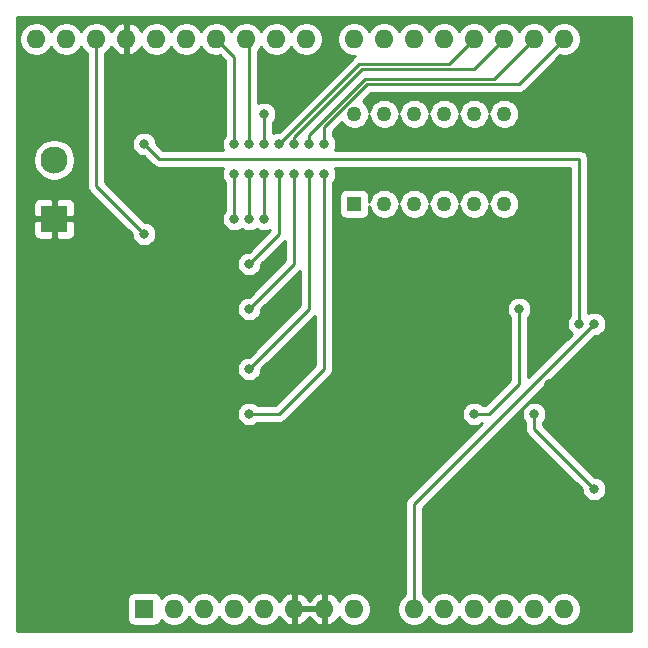
<source format=gbr>
%TF.GenerationSoftware,KiCad,Pcbnew,(5.1.6)-1*%
%TF.CreationDate,2020-09-16T22:31:17-05:00*%
%TF.ProjectId,voltmeter,766f6c74-6d65-4746-9572-2e6b69636164,rev?*%
%TF.SameCoordinates,Original*%
%TF.FileFunction,Copper,L2,Bot*%
%TF.FilePolarity,Positive*%
%FSLAX46Y46*%
G04 Gerber Fmt 4.6, Leading zero omitted, Abs format (unit mm)*
G04 Created by KiCad (PCBNEW (5.1.6)-1) date 2020-09-16 22:31:17*
%MOMM*%
%LPD*%
G01*
G04 APERTURE LIST*
%TA.AperFunction,ComponentPad*%
%ADD10O,1.600000X1.600000*%
%TD*%
%TA.AperFunction,ComponentPad*%
%ADD11R,1.600000X1.600000*%
%TD*%
%TA.AperFunction,ComponentPad*%
%ADD12C,1.270000*%
%TD*%
%TA.AperFunction,ComponentPad*%
%ADD13R,1.270000X1.270000*%
%TD*%
%TA.AperFunction,ComponentPad*%
%ADD14C,2.300000*%
%TD*%
%TA.AperFunction,ComponentPad*%
%ADD15R,2.300000X2.300000*%
%TD*%
%TA.AperFunction,ViaPad*%
%ADD16C,0.800000*%
%TD*%
%TA.AperFunction,Conductor*%
%ADD17C,0.250000*%
%TD*%
%TA.AperFunction,Conductor*%
%ADD18C,0.254000*%
%TD*%
G04 APERTURE END LIST*
D10*
%TO.P,A0,16*%
%TO.N,5vLeg*%
X158750000Y-80010000D03*
%TO.P,A0,15*%
%TO.N,1.2vLeg*%
X161290000Y-80010000D03*
%TO.P,A0,30*%
%TO.N,AREF_4.096v*%
X121670000Y-80010000D03*
%TO.P,A0,14*%
%TO.N,Net-(A0-Pad14)*%
X161290000Y-128270000D03*
%TO.P,A0,29*%
%TO.N,GND*%
X124210000Y-80010000D03*
%TO.P,A0,13*%
%TO.N,Net-(A0-Pad13)*%
X158750000Y-128270000D03*
%TO.P,A0,28*%
%TO.N,Net-(A0-Pad28)*%
X126750000Y-80010000D03*
%TO.P,A0,12*%
%TO.N,Net-(A0-Pad12)*%
X156210000Y-128270000D03*
%TO.P,A0,27*%
%TO.N,Net-(A0-Pad27)*%
X129290000Y-80010000D03*
%TO.P,A0,11*%
%TO.N,Net-(A0-Pad11)*%
X153670000Y-128270000D03*
%TO.P,A0,26*%
%TO.N,Net-(A0-Pad26)*%
X131830000Y-80010000D03*
%TO.P,A0,10*%
%TO.N,ADC-Gain*%
X151130000Y-128270000D03*
%TO.P,A0,25*%
%TO.N,Net-(A0-Pad25)*%
X134370000Y-80010000D03*
%TO.P,A0,9*%
%TO.N,ADC-Unity*%
X148590000Y-128270000D03*
%TO.P,A0,24*%
%TO.N,Net-(A0-Pad24)*%
X136910000Y-80010000D03*
%TO.P,A0,8*%
%TO.N,Net-(A0-Pad8)*%
X143510000Y-128270000D03*
%TO.P,A0,23*%
%TO.N,Net-(A0-Pad23)*%
X139450000Y-80010000D03*
%TO.P,A0,7*%
%TO.N,GND*%
X140970000Y-128270000D03*
%TO.P,A0,22*%
%TO.N,Net-(A0-Pad22)*%
X143510000Y-80010000D03*
%TO.P,A0,6*%
%TO.N,GND*%
X138430000Y-128270000D03*
%TO.P,A0,21*%
%TO.N,Net-(A0-Pad21)*%
X146050000Y-80010000D03*
%TO.P,A0,5*%
%TO.N,VCC*%
X135890000Y-128270000D03*
%TO.P,A0,20*%
%TO.N,Net-(A0-Pad20)*%
X148590000Y-80010000D03*
%TO.P,A0,4*%
%TO.N,Net-(A0-Pad4)*%
X133350000Y-128270000D03*
%TO.P,A0,19*%
%TO.N,Net-(A0-Pad19)*%
X151130000Y-80010000D03*
%TO.P,A0,3*%
%TO.N,Net-(A0-Pad3)*%
X130810000Y-128270000D03*
%TO.P,A0,18*%
%TO.N,30vLeg*%
X153670000Y-80010000D03*
%TO.P,A0,2*%
%TO.N,Net-(A0-Pad2)*%
X128270000Y-128270000D03*
%TO.P,A0,17*%
%TO.N,15vLeg*%
X156210000Y-80010000D03*
D11*
%TO.P,A0,1*%
%TO.N,Net-(A0-Pad1)*%
X125730000Y-128270000D03*
D10*
%TO.P,A0,31*%
%TO.N,Net-(A0-Pad31)*%
X119130000Y-80010000D03*
%TO.P,A0,32*%
%TO.N,Net-(A0-Pad32)*%
X116590000Y-80010000D03*
%TD*%
D12*
%TO.P,LED1,12*%
%TO.N,Net-(A0-Pad22)*%
X143510000Y-86360000D03*
%TO.P,LED1,11*%
%TO.N,Net-(A0-Pad21)*%
X146050000Y-86360000D03*
%TO.P,LED1,10*%
%TO.N,Net-(A0-Pad20)*%
X148590000Y-86360000D03*
%TO.P,LED1,9*%
%TO.N,Net-(LED1-Pad9)*%
X151130000Y-86360000D03*
%TO.P,LED1,8*%
%TO.N,Net-(LED1-Pad8)*%
X153670000Y-86360000D03*
%TO.P,LED1,7*%
%TO.N,Net-(LED1-Pad7)*%
X156210000Y-86360000D03*
%TO.P,LED1,6*%
%TO.N,Net-(LED1-Pad6)*%
X156210000Y-93980000D03*
%TO.P,LED1,5*%
%TO.N,Net-(LED1-Pad5)*%
X153670000Y-93980000D03*
%TO.P,LED1,4*%
%TO.N,Net-(LED1-Pad4)*%
X151130000Y-93980000D03*
%TO.P,LED1,3*%
%TO.N,Net-(LED1-Pad3)*%
X148590000Y-93980000D03*
%TO.P,LED1,2*%
%TO.N,Net-(LED1-Pad2)*%
X146050000Y-93980000D03*
D13*
%TO.P,LED1,1*%
%TO.N,Net-(A0-Pad19)*%
X143510000Y-93980000D03*
%TD*%
D14*
%TO.P,J0,2*%
%TO.N,Net-(J0-Pad2)*%
X118110000Y-90250000D03*
D15*
%TO.P,J0,1*%
%TO.N,GND*%
X118110000Y-95250000D03*
%TD*%
D16*
%TO.N,5vLeg*%
X134620000Y-107950000D03*
X139700000Y-91440000D03*
X139700000Y-88900000D03*
%TO.N,1.2vLeg*%
X134620000Y-111760000D03*
X140970000Y-91440000D03*
X140970000Y-88900000D03*
%TO.N,AREF_4.096v*%
X125730000Y-96520000D03*
%TO.N,GND*%
X125730000Y-91440000D03*
X130810000Y-88900000D03*
X128270000Y-88900000D03*
X116840000Y-83820000D03*
X118110000Y-101600000D03*
X118110000Y-106680000D03*
X118110000Y-113030000D03*
X118110000Y-119380000D03*
X143510000Y-102870000D03*
X143510000Y-105410000D03*
X143510000Y-107950000D03*
X156210000Y-105410000D03*
X156210000Y-107950000D03*
X147320000Y-106680000D03*
X151130000Y-106680000D03*
X154940000Y-106680000D03*
X163830000Y-109220000D03*
X165100000Y-109220000D03*
X160020000Y-109220000D03*
X163830000Y-120650000D03*
X163830000Y-123190000D03*
X163830000Y-125730000D03*
X125730000Y-121920000D03*
X128270000Y-121920000D03*
X124460000Y-124460000D03*
X125730000Y-125730000D03*
X127000000Y-125730000D03*
X128270000Y-125730000D03*
X129540000Y-124460000D03*
X161290000Y-83820000D03*
X165100000Y-83820000D03*
X165100000Y-87630000D03*
X137160000Y-82550000D03*
X139700000Y-82550000D03*
X143510000Y-97790000D03*
X143510000Y-100330000D03*
%TO.N,Net-(A0-Pad28)*%
X135890000Y-95250000D03*
X135890000Y-88900000D03*
X135890000Y-91440000D03*
X135890000Y-86360000D03*
%TO.N,Net-(A0-Pad26)*%
X133350000Y-95250000D03*
X133350000Y-91440000D03*
X133350000Y-88900000D03*
%TO.N,Net-(A0-Pad25)*%
X134620000Y-95250000D03*
X134620000Y-88900000D03*
X134620000Y-91440000D03*
%TO.N,ADC-Unity*%
X163830000Y-104140000D03*
%TO.N,VCC*%
X163830000Y-118110000D03*
X158750000Y-111760000D03*
%TO.N,30vLeg*%
X134620000Y-99060000D03*
X137160000Y-91440000D03*
X137160000Y-88900000D03*
%TO.N,15vLeg*%
X134620000Y-102870000D03*
X138430000Y-91440000D03*
X138430000Y-88900000D03*
%TO.N,/VoltageDivider*%
X162560000Y-104140000D03*
X125730000Y-88900000D03*
%TO.N,Net-(R10-Pad2)*%
X153670000Y-111760000D03*
X157480000Y-102870000D03*
%TD*%
D17*
%TO.N,5vLeg*%
X134620000Y-107950000D02*
X139700000Y-102870000D01*
X139700000Y-102870000D02*
X139700000Y-91440000D01*
X139700000Y-88112788D02*
X144442798Y-83369990D01*
X139700000Y-88900000D02*
X139700000Y-88112788D01*
X155390010Y-83369990D02*
X158750000Y-80010000D01*
X144442798Y-83369990D02*
X155390010Y-83369990D01*
%TO.N,1.2vLeg*%
X134620000Y-111760000D02*
X137160000Y-111760000D01*
X137160000Y-111760000D02*
X140970000Y-107950000D01*
X140970000Y-107950000D02*
X140970000Y-91440000D01*
X140970000Y-87479198D02*
X144629198Y-83820000D01*
X140970000Y-88900000D02*
X140970000Y-87479198D01*
X157480000Y-83820000D02*
X161290000Y-80010000D01*
X144629198Y-83820000D02*
X157480000Y-83820000D01*
%TO.N,AREF_4.096v*%
X121670000Y-92460000D02*
X121670000Y-80010000D01*
X125730000Y-96520000D02*
X121670000Y-92460000D01*
%TO.N,Net-(A0-Pad28)*%
X135890000Y-95250000D02*
X135890000Y-91440000D01*
X135890000Y-88900000D02*
X135890000Y-86360000D01*
%TO.N,Net-(A0-Pad26)*%
X133350000Y-95250000D02*
X133350000Y-91440000D01*
X133350000Y-81530000D02*
X131830000Y-80010000D01*
X133350000Y-88900000D02*
X133350000Y-81530000D01*
%TO.N,Net-(A0-Pad25)*%
X134620000Y-80260000D02*
X134370000Y-80010000D01*
X134620000Y-88900000D02*
X134620000Y-80260000D01*
X134620000Y-91440000D02*
X134620000Y-95250000D01*
%TO.N,ADC-Unity*%
X148590000Y-119380000D02*
X148590000Y-128270000D01*
X163830000Y-104140000D02*
X148590000Y-119380000D01*
%TO.N,VCC*%
X163830000Y-118110000D02*
X158750000Y-113030000D01*
X158750000Y-113030000D02*
X158750000Y-111760000D01*
%TO.N,30vLeg*%
X134620000Y-99060000D02*
X137160000Y-96520000D01*
X137160000Y-96520000D02*
X137160000Y-91440000D01*
X137160000Y-88900000D02*
X143960010Y-82099990D01*
X151580010Y-82099990D02*
X153670000Y-80010000D01*
X143960010Y-82099990D02*
X151580010Y-82099990D01*
%TO.N,15vLeg*%
X134620000Y-102870000D02*
X138430000Y-99060000D01*
X138430000Y-99060000D02*
X138430000Y-91440000D01*
X153670000Y-82550000D02*
X156210000Y-80010000D01*
X144214315Y-82550000D02*
X153670000Y-82550000D01*
X138430000Y-88900000D02*
X138430000Y-88334315D01*
X138430000Y-88334315D02*
X144214315Y-82550000D01*
%TO.N,/VoltageDivider*%
X162560000Y-104140000D02*
X162560000Y-90170000D01*
X162560000Y-90170000D02*
X128270000Y-90170000D01*
X127000000Y-90170000D02*
X125730000Y-88900000D01*
X128270000Y-90170000D02*
X127000000Y-90170000D01*
%TO.N,Net-(R10-Pad2)*%
X153670000Y-111760000D02*
X154940000Y-111760000D01*
X154940000Y-111760000D02*
X157480000Y-109220000D01*
X157480000Y-109220000D02*
X157480000Y-102870000D01*
%TD*%
D18*
%TO.N,GND*%
G36*
X166980001Y-130150000D02*
G01*
X114960000Y-130150000D01*
X114960000Y-127470000D01*
X124291928Y-127470000D01*
X124291928Y-129070000D01*
X124304188Y-129194482D01*
X124340498Y-129314180D01*
X124399463Y-129424494D01*
X124478815Y-129521185D01*
X124575506Y-129600537D01*
X124685820Y-129659502D01*
X124805518Y-129695812D01*
X124930000Y-129708072D01*
X126530000Y-129708072D01*
X126654482Y-129695812D01*
X126774180Y-129659502D01*
X126884494Y-129600537D01*
X126981185Y-129521185D01*
X127060537Y-129424494D01*
X127119502Y-129314180D01*
X127155812Y-129194482D01*
X127156643Y-129186039D01*
X127355241Y-129384637D01*
X127590273Y-129541680D01*
X127851426Y-129649853D01*
X128128665Y-129705000D01*
X128411335Y-129705000D01*
X128688574Y-129649853D01*
X128949727Y-129541680D01*
X129184759Y-129384637D01*
X129384637Y-129184759D01*
X129540000Y-128952241D01*
X129695363Y-129184759D01*
X129895241Y-129384637D01*
X130130273Y-129541680D01*
X130391426Y-129649853D01*
X130668665Y-129705000D01*
X130951335Y-129705000D01*
X131228574Y-129649853D01*
X131489727Y-129541680D01*
X131724759Y-129384637D01*
X131924637Y-129184759D01*
X132080000Y-128952241D01*
X132235363Y-129184759D01*
X132435241Y-129384637D01*
X132670273Y-129541680D01*
X132931426Y-129649853D01*
X133208665Y-129705000D01*
X133491335Y-129705000D01*
X133768574Y-129649853D01*
X134029727Y-129541680D01*
X134264759Y-129384637D01*
X134464637Y-129184759D01*
X134620000Y-128952241D01*
X134775363Y-129184759D01*
X134975241Y-129384637D01*
X135210273Y-129541680D01*
X135471426Y-129649853D01*
X135748665Y-129705000D01*
X136031335Y-129705000D01*
X136308574Y-129649853D01*
X136569727Y-129541680D01*
X136804759Y-129384637D01*
X137004637Y-129184759D01*
X137161680Y-128949727D01*
X137166067Y-128939135D01*
X137277615Y-129125131D01*
X137466586Y-129333519D01*
X137692580Y-129501037D01*
X137946913Y-129621246D01*
X138080961Y-129661904D01*
X138303000Y-129539915D01*
X138303000Y-128397000D01*
X138557000Y-128397000D01*
X138557000Y-129539915D01*
X138779039Y-129661904D01*
X138913087Y-129621246D01*
X139167420Y-129501037D01*
X139393414Y-129333519D01*
X139582385Y-129125131D01*
X139700000Y-128929018D01*
X139817615Y-129125131D01*
X140006586Y-129333519D01*
X140232580Y-129501037D01*
X140486913Y-129621246D01*
X140620961Y-129661904D01*
X140843000Y-129539915D01*
X140843000Y-128397000D01*
X138557000Y-128397000D01*
X138303000Y-128397000D01*
X138283000Y-128397000D01*
X138283000Y-128143000D01*
X138303000Y-128143000D01*
X138303000Y-127000085D01*
X138557000Y-127000085D01*
X138557000Y-128143000D01*
X140843000Y-128143000D01*
X140843000Y-127000085D01*
X141097000Y-127000085D01*
X141097000Y-128143000D01*
X141117000Y-128143000D01*
X141117000Y-128397000D01*
X141097000Y-128397000D01*
X141097000Y-129539915D01*
X141319039Y-129661904D01*
X141453087Y-129621246D01*
X141707420Y-129501037D01*
X141933414Y-129333519D01*
X142122385Y-129125131D01*
X142233933Y-128939135D01*
X142238320Y-128949727D01*
X142395363Y-129184759D01*
X142595241Y-129384637D01*
X142830273Y-129541680D01*
X143091426Y-129649853D01*
X143368665Y-129705000D01*
X143651335Y-129705000D01*
X143928574Y-129649853D01*
X144189727Y-129541680D01*
X144424759Y-129384637D01*
X144624637Y-129184759D01*
X144781680Y-128949727D01*
X144889853Y-128688574D01*
X144945000Y-128411335D01*
X144945000Y-128128665D01*
X144889853Y-127851426D01*
X144781680Y-127590273D01*
X144624637Y-127355241D01*
X144424759Y-127155363D01*
X144189727Y-126998320D01*
X143928574Y-126890147D01*
X143651335Y-126835000D01*
X143368665Y-126835000D01*
X143091426Y-126890147D01*
X142830273Y-126998320D01*
X142595241Y-127155363D01*
X142395363Y-127355241D01*
X142238320Y-127590273D01*
X142233933Y-127600865D01*
X142122385Y-127414869D01*
X141933414Y-127206481D01*
X141707420Y-127038963D01*
X141453087Y-126918754D01*
X141319039Y-126878096D01*
X141097000Y-127000085D01*
X140843000Y-127000085D01*
X140620961Y-126878096D01*
X140486913Y-126918754D01*
X140232580Y-127038963D01*
X140006586Y-127206481D01*
X139817615Y-127414869D01*
X139700000Y-127610982D01*
X139582385Y-127414869D01*
X139393414Y-127206481D01*
X139167420Y-127038963D01*
X138913087Y-126918754D01*
X138779039Y-126878096D01*
X138557000Y-127000085D01*
X138303000Y-127000085D01*
X138080961Y-126878096D01*
X137946913Y-126918754D01*
X137692580Y-127038963D01*
X137466586Y-127206481D01*
X137277615Y-127414869D01*
X137166067Y-127600865D01*
X137161680Y-127590273D01*
X137004637Y-127355241D01*
X136804759Y-127155363D01*
X136569727Y-126998320D01*
X136308574Y-126890147D01*
X136031335Y-126835000D01*
X135748665Y-126835000D01*
X135471426Y-126890147D01*
X135210273Y-126998320D01*
X134975241Y-127155363D01*
X134775363Y-127355241D01*
X134620000Y-127587759D01*
X134464637Y-127355241D01*
X134264759Y-127155363D01*
X134029727Y-126998320D01*
X133768574Y-126890147D01*
X133491335Y-126835000D01*
X133208665Y-126835000D01*
X132931426Y-126890147D01*
X132670273Y-126998320D01*
X132435241Y-127155363D01*
X132235363Y-127355241D01*
X132080000Y-127587759D01*
X131924637Y-127355241D01*
X131724759Y-127155363D01*
X131489727Y-126998320D01*
X131228574Y-126890147D01*
X130951335Y-126835000D01*
X130668665Y-126835000D01*
X130391426Y-126890147D01*
X130130273Y-126998320D01*
X129895241Y-127155363D01*
X129695363Y-127355241D01*
X129540000Y-127587759D01*
X129384637Y-127355241D01*
X129184759Y-127155363D01*
X128949727Y-126998320D01*
X128688574Y-126890147D01*
X128411335Y-126835000D01*
X128128665Y-126835000D01*
X127851426Y-126890147D01*
X127590273Y-126998320D01*
X127355241Y-127155363D01*
X127156643Y-127353961D01*
X127155812Y-127345518D01*
X127119502Y-127225820D01*
X127060537Y-127115506D01*
X126981185Y-127018815D01*
X126884494Y-126939463D01*
X126774180Y-126880498D01*
X126654482Y-126844188D01*
X126530000Y-126831928D01*
X124930000Y-126831928D01*
X124805518Y-126844188D01*
X124685820Y-126880498D01*
X124575506Y-126939463D01*
X124478815Y-127018815D01*
X124399463Y-127115506D01*
X124340498Y-127225820D01*
X124304188Y-127345518D01*
X124291928Y-127470000D01*
X114960000Y-127470000D01*
X114960000Y-96400000D01*
X116321928Y-96400000D01*
X116334188Y-96524482D01*
X116370498Y-96644180D01*
X116429463Y-96754494D01*
X116508815Y-96851185D01*
X116605506Y-96930537D01*
X116715820Y-96989502D01*
X116835518Y-97025812D01*
X116960000Y-97038072D01*
X117824250Y-97035000D01*
X117983000Y-96876250D01*
X117983000Y-95377000D01*
X118237000Y-95377000D01*
X118237000Y-96876250D01*
X118395750Y-97035000D01*
X119260000Y-97038072D01*
X119384482Y-97025812D01*
X119504180Y-96989502D01*
X119614494Y-96930537D01*
X119711185Y-96851185D01*
X119790537Y-96754494D01*
X119849502Y-96644180D01*
X119885812Y-96524482D01*
X119898072Y-96400000D01*
X119895000Y-95535750D01*
X119736250Y-95377000D01*
X118237000Y-95377000D01*
X117983000Y-95377000D01*
X116483750Y-95377000D01*
X116325000Y-95535750D01*
X116321928Y-96400000D01*
X114960000Y-96400000D01*
X114960000Y-94100000D01*
X116321928Y-94100000D01*
X116325000Y-94964250D01*
X116483750Y-95123000D01*
X117983000Y-95123000D01*
X117983000Y-93623750D01*
X118237000Y-93623750D01*
X118237000Y-95123000D01*
X119736250Y-95123000D01*
X119895000Y-94964250D01*
X119898072Y-94100000D01*
X119885812Y-93975518D01*
X119849502Y-93855820D01*
X119790537Y-93745506D01*
X119711185Y-93648815D01*
X119614494Y-93569463D01*
X119504180Y-93510498D01*
X119384482Y-93474188D01*
X119260000Y-93461928D01*
X118395750Y-93465000D01*
X118237000Y-93623750D01*
X117983000Y-93623750D01*
X117824250Y-93465000D01*
X116960000Y-93461928D01*
X116835518Y-93474188D01*
X116715820Y-93510498D01*
X116605506Y-93569463D01*
X116508815Y-93648815D01*
X116429463Y-93745506D01*
X116370498Y-93855820D01*
X116334188Y-93975518D01*
X116321928Y-94100000D01*
X114960000Y-94100000D01*
X114960000Y-90074193D01*
X116325000Y-90074193D01*
X116325000Y-90425807D01*
X116393596Y-90770665D01*
X116528153Y-91095515D01*
X116723500Y-91387871D01*
X116972129Y-91636500D01*
X117264485Y-91831847D01*
X117589335Y-91966404D01*
X117934193Y-92035000D01*
X118285807Y-92035000D01*
X118630665Y-91966404D01*
X118955515Y-91831847D01*
X119247871Y-91636500D01*
X119496500Y-91387871D01*
X119691847Y-91095515D01*
X119826404Y-90770665D01*
X119895000Y-90425807D01*
X119895000Y-90074193D01*
X119826404Y-89729335D01*
X119691847Y-89404485D01*
X119496500Y-89112129D01*
X119247871Y-88863500D01*
X118955515Y-88668153D01*
X118630665Y-88533596D01*
X118285807Y-88465000D01*
X117934193Y-88465000D01*
X117589335Y-88533596D01*
X117264485Y-88668153D01*
X116972129Y-88863500D01*
X116723500Y-89112129D01*
X116528153Y-89404485D01*
X116393596Y-89729335D01*
X116325000Y-90074193D01*
X114960000Y-90074193D01*
X114960000Y-79868665D01*
X115155000Y-79868665D01*
X115155000Y-80151335D01*
X115210147Y-80428574D01*
X115318320Y-80689727D01*
X115475363Y-80924759D01*
X115675241Y-81124637D01*
X115910273Y-81281680D01*
X116171426Y-81389853D01*
X116448665Y-81445000D01*
X116731335Y-81445000D01*
X117008574Y-81389853D01*
X117269727Y-81281680D01*
X117504759Y-81124637D01*
X117704637Y-80924759D01*
X117860000Y-80692241D01*
X118015363Y-80924759D01*
X118215241Y-81124637D01*
X118450273Y-81281680D01*
X118711426Y-81389853D01*
X118988665Y-81445000D01*
X119271335Y-81445000D01*
X119548574Y-81389853D01*
X119809727Y-81281680D01*
X120044759Y-81124637D01*
X120244637Y-80924759D01*
X120400000Y-80692241D01*
X120555363Y-80924759D01*
X120755241Y-81124637D01*
X120910001Y-81228044D01*
X120910000Y-92422678D01*
X120906324Y-92460000D01*
X120910000Y-92497322D01*
X120910000Y-92497332D01*
X120920997Y-92608985D01*
X120950707Y-92706928D01*
X120964454Y-92752246D01*
X121035026Y-92884276D01*
X121042855Y-92893815D01*
X121129999Y-93000001D01*
X121159003Y-93023804D01*
X124695000Y-96559802D01*
X124695000Y-96621939D01*
X124734774Y-96821898D01*
X124812795Y-97010256D01*
X124926063Y-97179774D01*
X125070226Y-97323937D01*
X125239744Y-97437205D01*
X125428102Y-97515226D01*
X125628061Y-97555000D01*
X125831939Y-97555000D01*
X126031898Y-97515226D01*
X126220256Y-97437205D01*
X126389774Y-97323937D01*
X126533937Y-97179774D01*
X126647205Y-97010256D01*
X126725226Y-96821898D01*
X126765000Y-96621939D01*
X126765000Y-96418061D01*
X126725226Y-96218102D01*
X126647205Y-96029744D01*
X126533937Y-95860226D01*
X126389774Y-95716063D01*
X126220256Y-95602795D01*
X126031898Y-95524774D01*
X125831939Y-95485000D01*
X125769802Y-95485000D01*
X122430000Y-92145199D01*
X122430000Y-81228043D01*
X122584759Y-81124637D01*
X122784637Y-80924759D01*
X122941680Y-80689727D01*
X122946067Y-80679135D01*
X123057615Y-80865131D01*
X123246586Y-81073519D01*
X123472580Y-81241037D01*
X123726913Y-81361246D01*
X123860961Y-81401904D01*
X124083000Y-81279915D01*
X124083000Y-80137000D01*
X124063000Y-80137000D01*
X124063000Y-79883000D01*
X124083000Y-79883000D01*
X124083000Y-78740085D01*
X124337000Y-78740085D01*
X124337000Y-79883000D01*
X124357000Y-79883000D01*
X124357000Y-80137000D01*
X124337000Y-80137000D01*
X124337000Y-81279915D01*
X124559039Y-81401904D01*
X124693087Y-81361246D01*
X124947420Y-81241037D01*
X125173414Y-81073519D01*
X125362385Y-80865131D01*
X125473933Y-80679135D01*
X125478320Y-80689727D01*
X125635363Y-80924759D01*
X125835241Y-81124637D01*
X126070273Y-81281680D01*
X126331426Y-81389853D01*
X126608665Y-81445000D01*
X126891335Y-81445000D01*
X127168574Y-81389853D01*
X127429727Y-81281680D01*
X127664759Y-81124637D01*
X127864637Y-80924759D01*
X128020000Y-80692241D01*
X128175363Y-80924759D01*
X128375241Y-81124637D01*
X128610273Y-81281680D01*
X128871426Y-81389853D01*
X129148665Y-81445000D01*
X129431335Y-81445000D01*
X129708574Y-81389853D01*
X129969727Y-81281680D01*
X130204759Y-81124637D01*
X130404637Y-80924759D01*
X130560000Y-80692241D01*
X130715363Y-80924759D01*
X130915241Y-81124637D01*
X131150273Y-81281680D01*
X131411426Y-81389853D01*
X131688665Y-81445000D01*
X131971335Y-81445000D01*
X132153886Y-81408688D01*
X132590001Y-81844803D01*
X132590000Y-88196289D01*
X132546063Y-88240226D01*
X132432795Y-88409744D01*
X132354774Y-88598102D01*
X132315000Y-88798061D01*
X132315000Y-89001939D01*
X132354774Y-89201898D01*
X132432795Y-89390256D01*
X132445987Y-89410000D01*
X127314802Y-89410000D01*
X126765000Y-88860199D01*
X126765000Y-88798061D01*
X126725226Y-88598102D01*
X126647205Y-88409744D01*
X126533937Y-88240226D01*
X126389774Y-88096063D01*
X126220256Y-87982795D01*
X126031898Y-87904774D01*
X125831939Y-87865000D01*
X125628061Y-87865000D01*
X125428102Y-87904774D01*
X125239744Y-87982795D01*
X125070226Y-88096063D01*
X124926063Y-88240226D01*
X124812795Y-88409744D01*
X124734774Y-88598102D01*
X124695000Y-88798061D01*
X124695000Y-89001939D01*
X124734774Y-89201898D01*
X124812795Y-89390256D01*
X124926063Y-89559774D01*
X125070226Y-89703937D01*
X125239744Y-89817205D01*
X125428102Y-89895226D01*
X125628061Y-89935000D01*
X125690199Y-89935000D01*
X126436201Y-90681003D01*
X126459999Y-90710001D01*
X126575724Y-90804974D01*
X126707753Y-90875546D01*
X126851014Y-90919003D01*
X126962667Y-90930000D01*
X126962676Y-90930000D01*
X126999999Y-90933676D01*
X127037322Y-90930000D01*
X132445987Y-90930000D01*
X132432795Y-90949744D01*
X132354774Y-91138102D01*
X132315000Y-91338061D01*
X132315000Y-91541939D01*
X132354774Y-91741898D01*
X132432795Y-91930256D01*
X132546063Y-92099774D01*
X132590001Y-92143712D01*
X132590000Y-94546289D01*
X132546063Y-94590226D01*
X132432795Y-94759744D01*
X132354774Y-94948102D01*
X132315000Y-95148061D01*
X132315000Y-95351939D01*
X132354774Y-95551898D01*
X132432795Y-95740256D01*
X132546063Y-95909774D01*
X132690226Y-96053937D01*
X132859744Y-96167205D01*
X133048102Y-96245226D01*
X133248061Y-96285000D01*
X133451939Y-96285000D01*
X133651898Y-96245226D01*
X133840256Y-96167205D01*
X133985000Y-96070490D01*
X134129744Y-96167205D01*
X134318102Y-96245226D01*
X134518061Y-96285000D01*
X134721939Y-96285000D01*
X134921898Y-96245226D01*
X135110256Y-96167205D01*
X135255000Y-96070490D01*
X135399744Y-96167205D01*
X135588102Y-96245226D01*
X135788061Y-96285000D01*
X135991939Y-96285000D01*
X136191898Y-96245226D01*
X136380256Y-96167205D01*
X136400000Y-96154012D01*
X136400000Y-96205197D01*
X134580199Y-98025000D01*
X134518061Y-98025000D01*
X134318102Y-98064774D01*
X134129744Y-98142795D01*
X133960226Y-98256063D01*
X133816063Y-98400226D01*
X133702795Y-98569744D01*
X133624774Y-98758102D01*
X133585000Y-98958061D01*
X133585000Y-99161939D01*
X133624774Y-99361898D01*
X133702795Y-99550256D01*
X133816063Y-99719774D01*
X133960226Y-99863937D01*
X134129744Y-99977205D01*
X134318102Y-100055226D01*
X134518061Y-100095000D01*
X134721939Y-100095000D01*
X134921898Y-100055226D01*
X135110256Y-99977205D01*
X135279774Y-99863937D01*
X135423937Y-99719774D01*
X135537205Y-99550256D01*
X135615226Y-99361898D01*
X135655000Y-99161939D01*
X135655000Y-99099801D01*
X137670000Y-97084803D01*
X137670000Y-98745198D01*
X134580199Y-101835000D01*
X134518061Y-101835000D01*
X134318102Y-101874774D01*
X134129744Y-101952795D01*
X133960226Y-102066063D01*
X133816063Y-102210226D01*
X133702795Y-102379744D01*
X133624774Y-102568102D01*
X133585000Y-102768061D01*
X133585000Y-102971939D01*
X133624774Y-103171898D01*
X133702795Y-103360256D01*
X133816063Y-103529774D01*
X133960226Y-103673937D01*
X134129744Y-103787205D01*
X134318102Y-103865226D01*
X134518061Y-103905000D01*
X134721939Y-103905000D01*
X134921898Y-103865226D01*
X135110256Y-103787205D01*
X135279774Y-103673937D01*
X135423937Y-103529774D01*
X135537205Y-103360256D01*
X135615226Y-103171898D01*
X135655000Y-102971939D01*
X135655000Y-102909801D01*
X138940000Y-99624802D01*
X138940000Y-102555198D01*
X134580199Y-106915000D01*
X134518061Y-106915000D01*
X134318102Y-106954774D01*
X134129744Y-107032795D01*
X133960226Y-107146063D01*
X133816063Y-107290226D01*
X133702795Y-107459744D01*
X133624774Y-107648102D01*
X133585000Y-107848061D01*
X133585000Y-108051939D01*
X133624774Y-108251898D01*
X133702795Y-108440256D01*
X133816063Y-108609774D01*
X133960226Y-108753937D01*
X134129744Y-108867205D01*
X134318102Y-108945226D01*
X134518061Y-108985000D01*
X134721939Y-108985000D01*
X134921898Y-108945226D01*
X135110256Y-108867205D01*
X135279774Y-108753937D01*
X135423937Y-108609774D01*
X135537205Y-108440256D01*
X135615226Y-108251898D01*
X135655000Y-108051939D01*
X135655000Y-107989801D01*
X140210000Y-103434802D01*
X140210000Y-107635198D01*
X136845199Y-111000000D01*
X135323711Y-111000000D01*
X135279774Y-110956063D01*
X135110256Y-110842795D01*
X134921898Y-110764774D01*
X134721939Y-110725000D01*
X134518061Y-110725000D01*
X134318102Y-110764774D01*
X134129744Y-110842795D01*
X133960226Y-110956063D01*
X133816063Y-111100226D01*
X133702795Y-111269744D01*
X133624774Y-111458102D01*
X133585000Y-111658061D01*
X133585000Y-111861939D01*
X133624774Y-112061898D01*
X133702795Y-112250256D01*
X133816063Y-112419774D01*
X133960226Y-112563937D01*
X134129744Y-112677205D01*
X134318102Y-112755226D01*
X134518061Y-112795000D01*
X134721939Y-112795000D01*
X134921898Y-112755226D01*
X135110256Y-112677205D01*
X135279774Y-112563937D01*
X135323711Y-112520000D01*
X137122678Y-112520000D01*
X137160000Y-112523676D01*
X137197322Y-112520000D01*
X137197333Y-112520000D01*
X137308986Y-112509003D01*
X137452247Y-112465546D01*
X137584276Y-112394974D01*
X137700001Y-112300001D01*
X137723804Y-112270997D01*
X141481004Y-108513798D01*
X141510001Y-108490001D01*
X141604974Y-108374276D01*
X141675546Y-108242247D01*
X141719003Y-108098986D01*
X141730000Y-107987333D01*
X141730000Y-107987325D01*
X141733676Y-107950000D01*
X141730000Y-107912675D01*
X141730000Y-93345000D01*
X142236928Y-93345000D01*
X142236928Y-94615000D01*
X142249188Y-94739482D01*
X142285498Y-94859180D01*
X142344463Y-94969494D01*
X142423815Y-95066185D01*
X142520506Y-95145537D01*
X142630820Y-95204502D01*
X142750518Y-95240812D01*
X142875000Y-95253072D01*
X144145000Y-95253072D01*
X144269482Y-95240812D01*
X144389180Y-95204502D01*
X144499494Y-95145537D01*
X144596185Y-95066185D01*
X144675537Y-94969494D01*
X144734502Y-94859180D01*
X144770812Y-94739482D01*
X144783072Y-94615000D01*
X144783072Y-94120528D01*
X144828805Y-94350445D01*
X144924541Y-94581571D01*
X145063527Y-94789578D01*
X145240422Y-94966473D01*
X145448429Y-95105459D01*
X145679555Y-95201195D01*
X145924916Y-95250000D01*
X146175084Y-95250000D01*
X146420445Y-95201195D01*
X146651571Y-95105459D01*
X146859578Y-94966473D01*
X147036473Y-94789578D01*
X147175459Y-94581571D01*
X147271195Y-94350445D01*
X147320000Y-94105084D01*
X147368805Y-94350445D01*
X147464541Y-94581571D01*
X147603527Y-94789578D01*
X147780422Y-94966473D01*
X147988429Y-95105459D01*
X148219555Y-95201195D01*
X148464916Y-95250000D01*
X148715084Y-95250000D01*
X148960445Y-95201195D01*
X149191571Y-95105459D01*
X149399578Y-94966473D01*
X149576473Y-94789578D01*
X149715459Y-94581571D01*
X149811195Y-94350445D01*
X149860000Y-94105084D01*
X149908805Y-94350445D01*
X150004541Y-94581571D01*
X150143527Y-94789578D01*
X150320422Y-94966473D01*
X150528429Y-95105459D01*
X150759555Y-95201195D01*
X151004916Y-95250000D01*
X151255084Y-95250000D01*
X151500445Y-95201195D01*
X151731571Y-95105459D01*
X151939578Y-94966473D01*
X152116473Y-94789578D01*
X152255459Y-94581571D01*
X152351195Y-94350445D01*
X152400000Y-94105084D01*
X152448805Y-94350445D01*
X152544541Y-94581571D01*
X152683527Y-94789578D01*
X152860422Y-94966473D01*
X153068429Y-95105459D01*
X153299555Y-95201195D01*
X153544916Y-95250000D01*
X153795084Y-95250000D01*
X154040445Y-95201195D01*
X154271571Y-95105459D01*
X154479578Y-94966473D01*
X154656473Y-94789578D01*
X154795459Y-94581571D01*
X154891195Y-94350445D01*
X154940000Y-94105084D01*
X154988805Y-94350445D01*
X155084541Y-94581571D01*
X155223527Y-94789578D01*
X155400422Y-94966473D01*
X155608429Y-95105459D01*
X155839555Y-95201195D01*
X156084916Y-95250000D01*
X156335084Y-95250000D01*
X156580445Y-95201195D01*
X156811571Y-95105459D01*
X157019578Y-94966473D01*
X157196473Y-94789578D01*
X157335459Y-94581571D01*
X157431195Y-94350445D01*
X157480000Y-94105084D01*
X157480000Y-93854916D01*
X157431195Y-93609555D01*
X157335459Y-93378429D01*
X157196473Y-93170422D01*
X157019578Y-92993527D01*
X156811571Y-92854541D01*
X156580445Y-92758805D01*
X156335084Y-92710000D01*
X156084916Y-92710000D01*
X155839555Y-92758805D01*
X155608429Y-92854541D01*
X155400422Y-92993527D01*
X155223527Y-93170422D01*
X155084541Y-93378429D01*
X154988805Y-93609555D01*
X154940000Y-93854916D01*
X154891195Y-93609555D01*
X154795459Y-93378429D01*
X154656473Y-93170422D01*
X154479578Y-92993527D01*
X154271571Y-92854541D01*
X154040445Y-92758805D01*
X153795084Y-92710000D01*
X153544916Y-92710000D01*
X153299555Y-92758805D01*
X153068429Y-92854541D01*
X152860422Y-92993527D01*
X152683527Y-93170422D01*
X152544541Y-93378429D01*
X152448805Y-93609555D01*
X152400000Y-93854916D01*
X152351195Y-93609555D01*
X152255459Y-93378429D01*
X152116473Y-93170422D01*
X151939578Y-92993527D01*
X151731571Y-92854541D01*
X151500445Y-92758805D01*
X151255084Y-92710000D01*
X151004916Y-92710000D01*
X150759555Y-92758805D01*
X150528429Y-92854541D01*
X150320422Y-92993527D01*
X150143527Y-93170422D01*
X150004541Y-93378429D01*
X149908805Y-93609555D01*
X149860000Y-93854916D01*
X149811195Y-93609555D01*
X149715459Y-93378429D01*
X149576473Y-93170422D01*
X149399578Y-92993527D01*
X149191571Y-92854541D01*
X148960445Y-92758805D01*
X148715084Y-92710000D01*
X148464916Y-92710000D01*
X148219555Y-92758805D01*
X147988429Y-92854541D01*
X147780422Y-92993527D01*
X147603527Y-93170422D01*
X147464541Y-93378429D01*
X147368805Y-93609555D01*
X147320000Y-93854916D01*
X147271195Y-93609555D01*
X147175459Y-93378429D01*
X147036473Y-93170422D01*
X146859578Y-92993527D01*
X146651571Y-92854541D01*
X146420445Y-92758805D01*
X146175084Y-92710000D01*
X145924916Y-92710000D01*
X145679555Y-92758805D01*
X145448429Y-92854541D01*
X145240422Y-92993527D01*
X145063527Y-93170422D01*
X144924541Y-93378429D01*
X144828805Y-93609555D01*
X144783072Y-93839472D01*
X144783072Y-93345000D01*
X144770812Y-93220518D01*
X144734502Y-93100820D01*
X144675537Y-92990506D01*
X144596185Y-92893815D01*
X144499494Y-92814463D01*
X144389180Y-92755498D01*
X144269482Y-92719188D01*
X144145000Y-92706928D01*
X142875000Y-92706928D01*
X142750518Y-92719188D01*
X142630820Y-92755498D01*
X142520506Y-92814463D01*
X142423815Y-92893815D01*
X142344463Y-92990506D01*
X142285498Y-93100820D01*
X142249188Y-93220518D01*
X142236928Y-93345000D01*
X141730000Y-93345000D01*
X141730000Y-92143711D01*
X141773937Y-92099774D01*
X141887205Y-91930256D01*
X141965226Y-91741898D01*
X142005000Y-91541939D01*
X142005000Y-91338061D01*
X141965226Y-91138102D01*
X141887205Y-90949744D01*
X141874013Y-90930000D01*
X161800001Y-90930000D01*
X161800000Y-103436289D01*
X161756063Y-103480226D01*
X161642795Y-103649744D01*
X161564774Y-103838102D01*
X161525000Y-104038061D01*
X161525000Y-104241939D01*
X161564774Y-104441898D01*
X161642795Y-104630256D01*
X161756063Y-104799774D01*
X161900226Y-104943937D01*
X161930819Y-104964379D01*
X158240000Y-108655198D01*
X158240000Y-103573711D01*
X158283937Y-103529774D01*
X158397205Y-103360256D01*
X158475226Y-103171898D01*
X158515000Y-102971939D01*
X158515000Y-102768061D01*
X158475226Y-102568102D01*
X158397205Y-102379744D01*
X158283937Y-102210226D01*
X158139774Y-102066063D01*
X157970256Y-101952795D01*
X157781898Y-101874774D01*
X157581939Y-101835000D01*
X157378061Y-101835000D01*
X157178102Y-101874774D01*
X156989744Y-101952795D01*
X156820226Y-102066063D01*
X156676063Y-102210226D01*
X156562795Y-102379744D01*
X156484774Y-102568102D01*
X156445000Y-102768061D01*
X156445000Y-102971939D01*
X156484774Y-103171898D01*
X156562795Y-103360256D01*
X156676063Y-103529774D01*
X156720001Y-103573712D01*
X156720000Y-108905197D01*
X154625199Y-111000000D01*
X154373711Y-111000000D01*
X154329774Y-110956063D01*
X154160256Y-110842795D01*
X153971898Y-110764774D01*
X153771939Y-110725000D01*
X153568061Y-110725000D01*
X153368102Y-110764774D01*
X153179744Y-110842795D01*
X153010226Y-110956063D01*
X152866063Y-111100226D01*
X152752795Y-111269744D01*
X152674774Y-111458102D01*
X152635000Y-111658061D01*
X152635000Y-111861939D01*
X152674774Y-112061898D01*
X152752795Y-112250256D01*
X152866063Y-112419774D01*
X153010226Y-112563937D01*
X153179744Y-112677205D01*
X153368102Y-112755226D01*
X153568061Y-112795000D01*
X153771939Y-112795000D01*
X153971898Y-112755226D01*
X154160256Y-112677205D01*
X154329774Y-112563937D01*
X154373711Y-112520000D01*
X154375199Y-112520000D01*
X148079003Y-118816196D01*
X148049999Y-118839999D01*
X147994871Y-118907174D01*
X147955026Y-118955724D01*
X147884455Y-119087753D01*
X147884454Y-119087754D01*
X147840997Y-119231015D01*
X147830000Y-119342668D01*
X147830000Y-119342678D01*
X147826324Y-119380000D01*
X147830000Y-119417322D01*
X147830001Y-127051956D01*
X147675241Y-127155363D01*
X147475363Y-127355241D01*
X147318320Y-127590273D01*
X147210147Y-127851426D01*
X147155000Y-128128665D01*
X147155000Y-128411335D01*
X147210147Y-128688574D01*
X147318320Y-128949727D01*
X147475363Y-129184759D01*
X147675241Y-129384637D01*
X147910273Y-129541680D01*
X148171426Y-129649853D01*
X148448665Y-129705000D01*
X148731335Y-129705000D01*
X149008574Y-129649853D01*
X149269727Y-129541680D01*
X149504759Y-129384637D01*
X149704637Y-129184759D01*
X149860000Y-128952241D01*
X150015363Y-129184759D01*
X150215241Y-129384637D01*
X150450273Y-129541680D01*
X150711426Y-129649853D01*
X150988665Y-129705000D01*
X151271335Y-129705000D01*
X151548574Y-129649853D01*
X151809727Y-129541680D01*
X152044759Y-129384637D01*
X152244637Y-129184759D01*
X152400000Y-128952241D01*
X152555363Y-129184759D01*
X152755241Y-129384637D01*
X152990273Y-129541680D01*
X153251426Y-129649853D01*
X153528665Y-129705000D01*
X153811335Y-129705000D01*
X154088574Y-129649853D01*
X154349727Y-129541680D01*
X154584759Y-129384637D01*
X154784637Y-129184759D01*
X154940000Y-128952241D01*
X155095363Y-129184759D01*
X155295241Y-129384637D01*
X155530273Y-129541680D01*
X155791426Y-129649853D01*
X156068665Y-129705000D01*
X156351335Y-129705000D01*
X156628574Y-129649853D01*
X156889727Y-129541680D01*
X157124759Y-129384637D01*
X157324637Y-129184759D01*
X157480000Y-128952241D01*
X157635363Y-129184759D01*
X157835241Y-129384637D01*
X158070273Y-129541680D01*
X158331426Y-129649853D01*
X158608665Y-129705000D01*
X158891335Y-129705000D01*
X159168574Y-129649853D01*
X159429727Y-129541680D01*
X159664759Y-129384637D01*
X159864637Y-129184759D01*
X160020000Y-128952241D01*
X160175363Y-129184759D01*
X160375241Y-129384637D01*
X160610273Y-129541680D01*
X160871426Y-129649853D01*
X161148665Y-129705000D01*
X161431335Y-129705000D01*
X161708574Y-129649853D01*
X161969727Y-129541680D01*
X162204759Y-129384637D01*
X162404637Y-129184759D01*
X162561680Y-128949727D01*
X162669853Y-128688574D01*
X162725000Y-128411335D01*
X162725000Y-128128665D01*
X162669853Y-127851426D01*
X162561680Y-127590273D01*
X162404637Y-127355241D01*
X162204759Y-127155363D01*
X161969727Y-126998320D01*
X161708574Y-126890147D01*
X161431335Y-126835000D01*
X161148665Y-126835000D01*
X160871426Y-126890147D01*
X160610273Y-126998320D01*
X160375241Y-127155363D01*
X160175363Y-127355241D01*
X160020000Y-127587759D01*
X159864637Y-127355241D01*
X159664759Y-127155363D01*
X159429727Y-126998320D01*
X159168574Y-126890147D01*
X158891335Y-126835000D01*
X158608665Y-126835000D01*
X158331426Y-126890147D01*
X158070273Y-126998320D01*
X157835241Y-127155363D01*
X157635363Y-127355241D01*
X157480000Y-127587759D01*
X157324637Y-127355241D01*
X157124759Y-127155363D01*
X156889727Y-126998320D01*
X156628574Y-126890147D01*
X156351335Y-126835000D01*
X156068665Y-126835000D01*
X155791426Y-126890147D01*
X155530273Y-126998320D01*
X155295241Y-127155363D01*
X155095363Y-127355241D01*
X154940000Y-127587759D01*
X154784637Y-127355241D01*
X154584759Y-127155363D01*
X154349727Y-126998320D01*
X154088574Y-126890147D01*
X153811335Y-126835000D01*
X153528665Y-126835000D01*
X153251426Y-126890147D01*
X152990273Y-126998320D01*
X152755241Y-127155363D01*
X152555363Y-127355241D01*
X152400000Y-127587759D01*
X152244637Y-127355241D01*
X152044759Y-127155363D01*
X151809727Y-126998320D01*
X151548574Y-126890147D01*
X151271335Y-126835000D01*
X150988665Y-126835000D01*
X150711426Y-126890147D01*
X150450273Y-126998320D01*
X150215241Y-127155363D01*
X150015363Y-127355241D01*
X149860000Y-127587759D01*
X149704637Y-127355241D01*
X149504759Y-127155363D01*
X149350000Y-127051957D01*
X149350000Y-119694801D01*
X157386740Y-111658061D01*
X157715000Y-111658061D01*
X157715000Y-111861939D01*
X157754774Y-112061898D01*
X157832795Y-112250256D01*
X157946063Y-112419774D01*
X157990000Y-112463711D01*
X157990000Y-112992677D01*
X157986324Y-113030000D01*
X157990000Y-113067322D01*
X157990000Y-113067332D01*
X158000997Y-113178985D01*
X158044454Y-113322246D01*
X158115026Y-113454276D01*
X158154871Y-113502826D01*
X158209999Y-113570001D01*
X158239003Y-113593804D01*
X162795000Y-118149802D01*
X162795000Y-118211939D01*
X162834774Y-118411898D01*
X162912795Y-118600256D01*
X163026063Y-118769774D01*
X163170226Y-118913937D01*
X163339744Y-119027205D01*
X163528102Y-119105226D01*
X163728061Y-119145000D01*
X163931939Y-119145000D01*
X164131898Y-119105226D01*
X164320256Y-119027205D01*
X164489774Y-118913937D01*
X164633937Y-118769774D01*
X164747205Y-118600256D01*
X164825226Y-118411898D01*
X164865000Y-118211939D01*
X164865000Y-118008061D01*
X164825226Y-117808102D01*
X164747205Y-117619744D01*
X164633937Y-117450226D01*
X164489774Y-117306063D01*
X164320256Y-117192795D01*
X164131898Y-117114774D01*
X163931939Y-117075000D01*
X163869802Y-117075000D01*
X159510000Y-112715199D01*
X159510000Y-112463711D01*
X159553937Y-112419774D01*
X159667205Y-112250256D01*
X159745226Y-112061898D01*
X159785000Y-111861939D01*
X159785000Y-111658061D01*
X159745226Y-111458102D01*
X159667205Y-111269744D01*
X159553937Y-111100226D01*
X159409774Y-110956063D01*
X159240256Y-110842795D01*
X159051898Y-110764774D01*
X158851939Y-110725000D01*
X158648061Y-110725000D01*
X158448102Y-110764774D01*
X158259744Y-110842795D01*
X158090226Y-110956063D01*
X157946063Y-111100226D01*
X157832795Y-111269744D01*
X157754774Y-111458102D01*
X157715000Y-111658061D01*
X157386740Y-111658061D01*
X163869802Y-105175000D01*
X163931939Y-105175000D01*
X164131898Y-105135226D01*
X164320256Y-105057205D01*
X164489774Y-104943937D01*
X164633937Y-104799774D01*
X164747205Y-104630256D01*
X164825226Y-104441898D01*
X164865000Y-104241939D01*
X164865000Y-104038061D01*
X164825226Y-103838102D01*
X164747205Y-103649744D01*
X164633937Y-103480226D01*
X164489774Y-103336063D01*
X164320256Y-103222795D01*
X164131898Y-103144774D01*
X163931939Y-103105000D01*
X163728061Y-103105000D01*
X163528102Y-103144774D01*
X163339744Y-103222795D01*
X163320000Y-103235987D01*
X163320000Y-90207333D01*
X163323677Y-90170000D01*
X163309003Y-90021014D01*
X163265546Y-89877753D01*
X163194974Y-89745724D01*
X163100001Y-89629999D01*
X162984276Y-89535026D01*
X162852247Y-89464454D01*
X162708986Y-89420997D01*
X162597333Y-89410000D01*
X162560000Y-89406323D01*
X162522667Y-89410000D01*
X141874013Y-89410000D01*
X141887205Y-89390256D01*
X141965226Y-89201898D01*
X142005000Y-89001939D01*
X142005000Y-88798061D01*
X141965226Y-88598102D01*
X141887205Y-88409744D01*
X141773937Y-88240226D01*
X141730000Y-88196289D01*
X141730000Y-87793999D01*
X142455793Y-87068207D01*
X142523527Y-87169578D01*
X142700422Y-87346473D01*
X142908429Y-87485459D01*
X143139555Y-87581195D01*
X143384916Y-87630000D01*
X143635084Y-87630000D01*
X143880445Y-87581195D01*
X144111571Y-87485459D01*
X144319578Y-87346473D01*
X144496473Y-87169578D01*
X144635459Y-86961571D01*
X144731195Y-86730445D01*
X144780000Y-86485084D01*
X144828805Y-86730445D01*
X144924541Y-86961571D01*
X145063527Y-87169578D01*
X145240422Y-87346473D01*
X145448429Y-87485459D01*
X145679555Y-87581195D01*
X145924916Y-87630000D01*
X146175084Y-87630000D01*
X146420445Y-87581195D01*
X146651571Y-87485459D01*
X146859578Y-87346473D01*
X147036473Y-87169578D01*
X147175459Y-86961571D01*
X147271195Y-86730445D01*
X147320000Y-86485084D01*
X147368805Y-86730445D01*
X147464541Y-86961571D01*
X147603527Y-87169578D01*
X147780422Y-87346473D01*
X147988429Y-87485459D01*
X148219555Y-87581195D01*
X148464916Y-87630000D01*
X148715084Y-87630000D01*
X148960445Y-87581195D01*
X149191571Y-87485459D01*
X149399578Y-87346473D01*
X149576473Y-87169578D01*
X149715459Y-86961571D01*
X149811195Y-86730445D01*
X149860000Y-86485084D01*
X149908805Y-86730445D01*
X150004541Y-86961571D01*
X150143527Y-87169578D01*
X150320422Y-87346473D01*
X150528429Y-87485459D01*
X150759555Y-87581195D01*
X151004916Y-87630000D01*
X151255084Y-87630000D01*
X151500445Y-87581195D01*
X151731571Y-87485459D01*
X151939578Y-87346473D01*
X152116473Y-87169578D01*
X152255459Y-86961571D01*
X152351195Y-86730445D01*
X152400000Y-86485084D01*
X152448805Y-86730445D01*
X152544541Y-86961571D01*
X152683527Y-87169578D01*
X152860422Y-87346473D01*
X153068429Y-87485459D01*
X153299555Y-87581195D01*
X153544916Y-87630000D01*
X153795084Y-87630000D01*
X154040445Y-87581195D01*
X154271571Y-87485459D01*
X154479578Y-87346473D01*
X154656473Y-87169578D01*
X154795459Y-86961571D01*
X154891195Y-86730445D01*
X154940000Y-86485084D01*
X154988805Y-86730445D01*
X155084541Y-86961571D01*
X155223527Y-87169578D01*
X155400422Y-87346473D01*
X155608429Y-87485459D01*
X155839555Y-87581195D01*
X156084916Y-87630000D01*
X156335084Y-87630000D01*
X156580445Y-87581195D01*
X156811571Y-87485459D01*
X157019578Y-87346473D01*
X157196473Y-87169578D01*
X157335459Y-86961571D01*
X157431195Y-86730445D01*
X157480000Y-86485084D01*
X157480000Y-86234916D01*
X157431195Y-85989555D01*
X157335459Y-85758429D01*
X157196473Y-85550422D01*
X157019578Y-85373527D01*
X156811571Y-85234541D01*
X156580445Y-85138805D01*
X156335084Y-85090000D01*
X156084916Y-85090000D01*
X155839555Y-85138805D01*
X155608429Y-85234541D01*
X155400422Y-85373527D01*
X155223527Y-85550422D01*
X155084541Y-85758429D01*
X154988805Y-85989555D01*
X154940000Y-86234916D01*
X154891195Y-85989555D01*
X154795459Y-85758429D01*
X154656473Y-85550422D01*
X154479578Y-85373527D01*
X154271571Y-85234541D01*
X154040445Y-85138805D01*
X153795084Y-85090000D01*
X153544916Y-85090000D01*
X153299555Y-85138805D01*
X153068429Y-85234541D01*
X152860422Y-85373527D01*
X152683527Y-85550422D01*
X152544541Y-85758429D01*
X152448805Y-85989555D01*
X152400000Y-86234916D01*
X152351195Y-85989555D01*
X152255459Y-85758429D01*
X152116473Y-85550422D01*
X151939578Y-85373527D01*
X151731571Y-85234541D01*
X151500445Y-85138805D01*
X151255084Y-85090000D01*
X151004916Y-85090000D01*
X150759555Y-85138805D01*
X150528429Y-85234541D01*
X150320422Y-85373527D01*
X150143527Y-85550422D01*
X150004541Y-85758429D01*
X149908805Y-85989555D01*
X149860000Y-86234916D01*
X149811195Y-85989555D01*
X149715459Y-85758429D01*
X149576473Y-85550422D01*
X149399578Y-85373527D01*
X149191571Y-85234541D01*
X148960445Y-85138805D01*
X148715084Y-85090000D01*
X148464916Y-85090000D01*
X148219555Y-85138805D01*
X147988429Y-85234541D01*
X147780422Y-85373527D01*
X147603527Y-85550422D01*
X147464541Y-85758429D01*
X147368805Y-85989555D01*
X147320000Y-86234916D01*
X147271195Y-85989555D01*
X147175459Y-85758429D01*
X147036473Y-85550422D01*
X146859578Y-85373527D01*
X146651571Y-85234541D01*
X146420445Y-85138805D01*
X146175084Y-85090000D01*
X145924916Y-85090000D01*
X145679555Y-85138805D01*
X145448429Y-85234541D01*
X145240422Y-85373527D01*
X145063527Y-85550422D01*
X144924541Y-85758429D01*
X144828805Y-85989555D01*
X144780000Y-86234916D01*
X144731195Y-85989555D01*
X144635459Y-85758429D01*
X144496473Y-85550422D01*
X144319578Y-85373527D01*
X144218207Y-85305793D01*
X144944001Y-84580000D01*
X157442678Y-84580000D01*
X157480000Y-84583676D01*
X157517322Y-84580000D01*
X157517333Y-84580000D01*
X157628986Y-84569003D01*
X157772247Y-84525546D01*
X157904276Y-84454974D01*
X158020001Y-84360001D01*
X158043804Y-84330997D01*
X160966114Y-81408688D01*
X161148665Y-81445000D01*
X161431335Y-81445000D01*
X161708574Y-81389853D01*
X161969727Y-81281680D01*
X162204759Y-81124637D01*
X162404637Y-80924759D01*
X162561680Y-80689727D01*
X162669853Y-80428574D01*
X162725000Y-80151335D01*
X162725000Y-79868665D01*
X162669853Y-79591426D01*
X162561680Y-79330273D01*
X162404637Y-79095241D01*
X162204759Y-78895363D01*
X161969727Y-78738320D01*
X161708574Y-78630147D01*
X161431335Y-78575000D01*
X161148665Y-78575000D01*
X160871426Y-78630147D01*
X160610273Y-78738320D01*
X160375241Y-78895363D01*
X160175363Y-79095241D01*
X160020000Y-79327759D01*
X159864637Y-79095241D01*
X159664759Y-78895363D01*
X159429727Y-78738320D01*
X159168574Y-78630147D01*
X158891335Y-78575000D01*
X158608665Y-78575000D01*
X158331426Y-78630147D01*
X158070273Y-78738320D01*
X157835241Y-78895363D01*
X157635363Y-79095241D01*
X157480000Y-79327759D01*
X157324637Y-79095241D01*
X157124759Y-78895363D01*
X156889727Y-78738320D01*
X156628574Y-78630147D01*
X156351335Y-78575000D01*
X156068665Y-78575000D01*
X155791426Y-78630147D01*
X155530273Y-78738320D01*
X155295241Y-78895363D01*
X155095363Y-79095241D01*
X154940000Y-79327759D01*
X154784637Y-79095241D01*
X154584759Y-78895363D01*
X154349727Y-78738320D01*
X154088574Y-78630147D01*
X153811335Y-78575000D01*
X153528665Y-78575000D01*
X153251426Y-78630147D01*
X152990273Y-78738320D01*
X152755241Y-78895363D01*
X152555363Y-79095241D01*
X152400000Y-79327759D01*
X152244637Y-79095241D01*
X152044759Y-78895363D01*
X151809727Y-78738320D01*
X151548574Y-78630147D01*
X151271335Y-78575000D01*
X150988665Y-78575000D01*
X150711426Y-78630147D01*
X150450273Y-78738320D01*
X150215241Y-78895363D01*
X150015363Y-79095241D01*
X149860000Y-79327759D01*
X149704637Y-79095241D01*
X149504759Y-78895363D01*
X149269727Y-78738320D01*
X149008574Y-78630147D01*
X148731335Y-78575000D01*
X148448665Y-78575000D01*
X148171426Y-78630147D01*
X147910273Y-78738320D01*
X147675241Y-78895363D01*
X147475363Y-79095241D01*
X147320000Y-79327759D01*
X147164637Y-79095241D01*
X146964759Y-78895363D01*
X146729727Y-78738320D01*
X146468574Y-78630147D01*
X146191335Y-78575000D01*
X145908665Y-78575000D01*
X145631426Y-78630147D01*
X145370273Y-78738320D01*
X145135241Y-78895363D01*
X144935363Y-79095241D01*
X144780000Y-79327759D01*
X144624637Y-79095241D01*
X144424759Y-78895363D01*
X144189727Y-78738320D01*
X143928574Y-78630147D01*
X143651335Y-78575000D01*
X143368665Y-78575000D01*
X143091426Y-78630147D01*
X142830273Y-78738320D01*
X142595241Y-78895363D01*
X142395363Y-79095241D01*
X142238320Y-79330273D01*
X142130147Y-79591426D01*
X142075000Y-79868665D01*
X142075000Y-80151335D01*
X142130147Y-80428574D01*
X142238320Y-80689727D01*
X142395363Y-80924759D01*
X142595241Y-81124637D01*
X142830273Y-81281680D01*
X143091426Y-81389853D01*
X143368665Y-81445000D01*
X143573181Y-81445000D01*
X143535734Y-81465016D01*
X143420009Y-81559989D01*
X143396211Y-81588987D01*
X137120199Y-87865000D01*
X137058061Y-87865000D01*
X136858102Y-87904774D01*
X136669744Y-87982795D01*
X136650000Y-87995987D01*
X136650000Y-87063711D01*
X136693937Y-87019774D01*
X136807205Y-86850256D01*
X136885226Y-86661898D01*
X136925000Y-86461939D01*
X136925000Y-86258061D01*
X136885226Y-86058102D01*
X136807205Y-85869744D01*
X136693937Y-85700226D01*
X136549774Y-85556063D01*
X136380256Y-85442795D01*
X136191898Y-85364774D01*
X135991939Y-85325000D01*
X135788061Y-85325000D01*
X135588102Y-85364774D01*
X135399744Y-85442795D01*
X135380000Y-85455987D01*
X135380000Y-81029396D01*
X135484637Y-80924759D01*
X135640000Y-80692241D01*
X135795363Y-80924759D01*
X135995241Y-81124637D01*
X136230273Y-81281680D01*
X136491426Y-81389853D01*
X136768665Y-81445000D01*
X137051335Y-81445000D01*
X137328574Y-81389853D01*
X137589727Y-81281680D01*
X137824759Y-81124637D01*
X138024637Y-80924759D01*
X138180000Y-80692241D01*
X138335363Y-80924759D01*
X138535241Y-81124637D01*
X138770273Y-81281680D01*
X139031426Y-81389853D01*
X139308665Y-81445000D01*
X139591335Y-81445000D01*
X139868574Y-81389853D01*
X140129727Y-81281680D01*
X140364759Y-81124637D01*
X140564637Y-80924759D01*
X140721680Y-80689727D01*
X140829853Y-80428574D01*
X140885000Y-80151335D01*
X140885000Y-79868665D01*
X140829853Y-79591426D01*
X140721680Y-79330273D01*
X140564637Y-79095241D01*
X140364759Y-78895363D01*
X140129727Y-78738320D01*
X139868574Y-78630147D01*
X139591335Y-78575000D01*
X139308665Y-78575000D01*
X139031426Y-78630147D01*
X138770273Y-78738320D01*
X138535241Y-78895363D01*
X138335363Y-79095241D01*
X138180000Y-79327759D01*
X138024637Y-79095241D01*
X137824759Y-78895363D01*
X137589727Y-78738320D01*
X137328574Y-78630147D01*
X137051335Y-78575000D01*
X136768665Y-78575000D01*
X136491426Y-78630147D01*
X136230273Y-78738320D01*
X135995241Y-78895363D01*
X135795363Y-79095241D01*
X135640000Y-79327759D01*
X135484637Y-79095241D01*
X135284759Y-78895363D01*
X135049727Y-78738320D01*
X134788574Y-78630147D01*
X134511335Y-78575000D01*
X134228665Y-78575000D01*
X133951426Y-78630147D01*
X133690273Y-78738320D01*
X133455241Y-78895363D01*
X133255363Y-79095241D01*
X133100000Y-79327759D01*
X132944637Y-79095241D01*
X132744759Y-78895363D01*
X132509727Y-78738320D01*
X132248574Y-78630147D01*
X131971335Y-78575000D01*
X131688665Y-78575000D01*
X131411426Y-78630147D01*
X131150273Y-78738320D01*
X130915241Y-78895363D01*
X130715363Y-79095241D01*
X130560000Y-79327759D01*
X130404637Y-79095241D01*
X130204759Y-78895363D01*
X129969727Y-78738320D01*
X129708574Y-78630147D01*
X129431335Y-78575000D01*
X129148665Y-78575000D01*
X128871426Y-78630147D01*
X128610273Y-78738320D01*
X128375241Y-78895363D01*
X128175363Y-79095241D01*
X128020000Y-79327759D01*
X127864637Y-79095241D01*
X127664759Y-78895363D01*
X127429727Y-78738320D01*
X127168574Y-78630147D01*
X126891335Y-78575000D01*
X126608665Y-78575000D01*
X126331426Y-78630147D01*
X126070273Y-78738320D01*
X125835241Y-78895363D01*
X125635363Y-79095241D01*
X125478320Y-79330273D01*
X125473933Y-79340865D01*
X125362385Y-79154869D01*
X125173414Y-78946481D01*
X124947420Y-78778963D01*
X124693087Y-78658754D01*
X124559039Y-78618096D01*
X124337000Y-78740085D01*
X124083000Y-78740085D01*
X123860961Y-78618096D01*
X123726913Y-78658754D01*
X123472580Y-78778963D01*
X123246586Y-78946481D01*
X123057615Y-79154869D01*
X122946067Y-79340865D01*
X122941680Y-79330273D01*
X122784637Y-79095241D01*
X122584759Y-78895363D01*
X122349727Y-78738320D01*
X122088574Y-78630147D01*
X121811335Y-78575000D01*
X121528665Y-78575000D01*
X121251426Y-78630147D01*
X120990273Y-78738320D01*
X120755241Y-78895363D01*
X120555363Y-79095241D01*
X120400000Y-79327759D01*
X120244637Y-79095241D01*
X120044759Y-78895363D01*
X119809727Y-78738320D01*
X119548574Y-78630147D01*
X119271335Y-78575000D01*
X118988665Y-78575000D01*
X118711426Y-78630147D01*
X118450273Y-78738320D01*
X118215241Y-78895363D01*
X118015363Y-79095241D01*
X117860000Y-79327759D01*
X117704637Y-79095241D01*
X117504759Y-78895363D01*
X117269727Y-78738320D01*
X117008574Y-78630147D01*
X116731335Y-78575000D01*
X116448665Y-78575000D01*
X116171426Y-78630147D01*
X115910273Y-78738320D01*
X115675241Y-78895363D01*
X115475363Y-79095241D01*
X115318320Y-79330273D01*
X115210147Y-79591426D01*
X115155000Y-79868665D01*
X114960000Y-79868665D01*
X114960000Y-78130000D01*
X166980000Y-78130000D01*
X166980001Y-130150000D01*
G37*
X166980001Y-130150000D02*
X114960000Y-130150000D01*
X114960000Y-127470000D01*
X124291928Y-127470000D01*
X124291928Y-129070000D01*
X124304188Y-129194482D01*
X124340498Y-129314180D01*
X124399463Y-129424494D01*
X124478815Y-129521185D01*
X124575506Y-129600537D01*
X124685820Y-129659502D01*
X124805518Y-129695812D01*
X124930000Y-129708072D01*
X126530000Y-129708072D01*
X126654482Y-129695812D01*
X126774180Y-129659502D01*
X126884494Y-129600537D01*
X126981185Y-129521185D01*
X127060537Y-129424494D01*
X127119502Y-129314180D01*
X127155812Y-129194482D01*
X127156643Y-129186039D01*
X127355241Y-129384637D01*
X127590273Y-129541680D01*
X127851426Y-129649853D01*
X128128665Y-129705000D01*
X128411335Y-129705000D01*
X128688574Y-129649853D01*
X128949727Y-129541680D01*
X129184759Y-129384637D01*
X129384637Y-129184759D01*
X129540000Y-128952241D01*
X129695363Y-129184759D01*
X129895241Y-129384637D01*
X130130273Y-129541680D01*
X130391426Y-129649853D01*
X130668665Y-129705000D01*
X130951335Y-129705000D01*
X131228574Y-129649853D01*
X131489727Y-129541680D01*
X131724759Y-129384637D01*
X131924637Y-129184759D01*
X132080000Y-128952241D01*
X132235363Y-129184759D01*
X132435241Y-129384637D01*
X132670273Y-129541680D01*
X132931426Y-129649853D01*
X133208665Y-129705000D01*
X133491335Y-129705000D01*
X133768574Y-129649853D01*
X134029727Y-129541680D01*
X134264759Y-129384637D01*
X134464637Y-129184759D01*
X134620000Y-128952241D01*
X134775363Y-129184759D01*
X134975241Y-129384637D01*
X135210273Y-129541680D01*
X135471426Y-129649853D01*
X135748665Y-129705000D01*
X136031335Y-129705000D01*
X136308574Y-129649853D01*
X136569727Y-129541680D01*
X136804759Y-129384637D01*
X137004637Y-129184759D01*
X137161680Y-128949727D01*
X137166067Y-128939135D01*
X137277615Y-129125131D01*
X137466586Y-129333519D01*
X137692580Y-129501037D01*
X137946913Y-129621246D01*
X138080961Y-129661904D01*
X138303000Y-129539915D01*
X138303000Y-128397000D01*
X138557000Y-128397000D01*
X138557000Y-129539915D01*
X138779039Y-129661904D01*
X138913087Y-129621246D01*
X139167420Y-129501037D01*
X139393414Y-129333519D01*
X139582385Y-129125131D01*
X139700000Y-128929018D01*
X139817615Y-129125131D01*
X140006586Y-129333519D01*
X140232580Y-129501037D01*
X140486913Y-129621246D01*
X140620961Y-129661904D01*
X140843000Y-129539915D01*
X140843000Y-128397000D01*
X138557000Y-128397000D01*
X138303000Y-128397000D01*
X138283000Y-128397000D01*
X138283000Y-128143000D01*
X138303000Y-128143000D01*
X138303000Y-127000085D01*
X138557000Y-127000085D01*
X138557000Y-128143000D01*
X140843000Y-128143000D01*
X140843000Y-127000085D01*
X141097000Y-127000085D01*
X141097000Y-128143000D01*
X141117000Y-128143000D01*
X141117000Y-128397000D01*
X141097000Y-128397000D01*
X141097000Y-129539915D01*
X141319039Y-129661904D01*
X141453087Y-129621246D01*
X141707420Y-129501037D01*
X141933414Y-129333519D01*
X142122385Y-129125131D01*
X142233933Y-128939135D01*
X142238320Y-128949727D01*
X142395363Y-129184759D01*
X142595241Y-129384637D01*
X142830273Y-129541680D01*
X143091426Y-129649853D01*
X143368665Y-129705000D01*
X143651335Y-129705000D01*
X143928574Y-129649853D01*
X144189727Y-129541680D01*
X144424759Y-129384637D01*
X144624637Y-129184759D01*
X144781680Y-128949727D01*
X144889853Y-128688574D01*
X144945000Y-128411335D01*
X144945000Y-128128665D01*
X144889853Y-127851426D01*
X144781680Y-127590273D01*
X144624637Y-127355241D01*
X144424759Y-127155363D01*
X144189727Y-126998320D01*
X143928574Y-126890147D01*
X143651335Y-126835000D01*
X143368665Y-126835000D01*
X143091426Y-126890147D01*
X142830273Y-126998320D01*
X142595241Y-127155363D01*
X142395363Y-127355241D01*
X142238320Y-127590273D01*
X142233933Y-127600865D01*
X142122385Y-127414869D01*
X141933414Y-127206481D01*
X141707420Y-127038963D01*
X141453087Y-126918754D01*
X141319039Y-126878096D01*
X141097000Y-127000085D01*
X140843000Y-127000085D01*
X140620961Y-126878096D01*
X140486913Y-126918754D01*
X140232580Y-127038963D01*
X140006586Y-127206481D01*
X139817615Y-127414869D01*
X139700000Y-127610982D01*
X139582385Y-127414869D01*
X139393414Y-127206481D01*
X139167420Y-127038963D01*
X138913087Y-126918754D01*
X138779039Y-126878096D01*
X138557000Y-127000085D01*
X138303000Y-127000085D01*
X138080961Y-126878096D01*
X137946913Y-126918754D01*
X137692580Y-127038963D01*
X137466586Y-127206481D01*
X137277615Y-127414869D01*
X137166067Y-127600865D01*
X137161680Y-127590273D01*
X137004637Y-127355241D01*
X136804759Y-127155363D01*
X136569727Y-126998320D01*
X136308574Y-126890147D01*
X136031335Y-126835000D01*
X135748665Y-126835000D01*
X135471426Y-126890147D01*
X135210273Y-126998320D01*
X134975241Y-127155363D01*
X134775363Y-127355241D01*
X134620000Y-127587759D01*
X134464637Y-127355241D01*
X134264759Y-127155363D01*
X134029727Y-126998320D01*
X133768574Y-126890147D01*
X133491335Y-126835000D01*
X133208665Y-126835000D01*
X132931426Y-126890147D01*
X132670273Y-126998320D01*
X132435241Y-127155363D01*
X132235363Y-127355241D01*
X132080000Y-127587759D01*
X131924637Y-127355241D01*
X131724759Y-127155363D01*
X131489727Y-126998320D01*
X131228574Y-126890147D01*
X130951335Y-126835000D01*
X130668665Y-126835000D01*
X130391426Y-126890147D01*
X130130273Y-126998320D01*
X129895241Y-127155363D01*
X129695363Y-127355241D01*
X129540000Y-127587759D01*
X129384637Y-127355241D01*
X129184759Y-127155363D01*
X128949727Y-126998320D01*
X128688574Y-126890147D01*
X128411335Y-126835000D01*
X128128665Y-126835000D01*
X127851426Y-126890147D01*
X127590273Y-126998320D01*
X127355241Y-127155363D01*
X127156643Y-127353961D01*
X127155812Y-127345518D01*
X127119502Y-127225820D01*
X127060537Y-127115506D01*
X126981185Y-127018815D01*
X126884494Y-126939463D01*
X126774180Y-126880498D01*
X126654482Y-126844188D01*
X126530000Y-126831928D01*
X124930000Y-126831928D01*
X124805518Y-126844188D01*
X124685820Y-126880498D01*
X124575506Y-126939463D01*
X124478815Y-127018815D01*
X124399463Y-127115506D01*
X124340498Y-127225820D01*
X124304188Y-127345518D01*
X124291928Y-127470000D01*
X114960000Y-127470000D01*
X114960000Y-96400000D01*
X116321928Y-96400000D01*
X116334188Y-96524482D01*
X116370498Y-96644180D01*
X116429463Y-96754494D01*
X116508815Y-96851185D01*
X116605506Y-96930537D01*
X116715820Y-96989502D01*
X116835518Y-97025812D01*
X116960000Y-97038072D01*
X117824250Y-97035000D01*
X117983000Y-96876250D01*
X117983000Y-95377000D01*
X118237000Y-95377000D01*
X118237000Y-96876250D01*
X118395750Y-97035000D01*
X119260000Y-97038072D01*
X119384482Y-97025812D01*
X119504180Y-96989502D01*
X119614494Y-96930537D01*
X119711185Y-96851185D01*
X119790537Y-96754494D01*
X119849502Y-96644180D01*
X119885812Y-96524482D01*
X119898072Y-96400000D01*
X119895000Y-95535750D01*
X119736250Y-95377000D01*
X118237000Y-95377000D01*
X117983000Y-95377000D01*
X116483750Y-95377000D01*
X116325000Y-95535750D01*
X116321928Y-96400000D01*
X114960000Y-96400000D01*
X114960000Y-94100000D01*
X116321928Y-94100000D01*
X116325000Y-94964250D01*
X116483750Y-95123000D01*
X117983000Y-95123000D01*
X117983000Y-93623750D01*
X118237000Y-93623750D01*
X118237000Y-95123000D01*
X119736250Y-95123000D01*
X119895000Y-94964250D01*
X119898072Y-94100000D01*
X119885812Y-93975518D01*
X119849502Y-93855820D01*
X119790537Y-93745506D01*
X119711185Y-93648815D01*
X119614494Y-93569463D01*
X119504180Y-93510498D01*
X119384482Y-93474188D01*
X119260000Y-93461928D01*
X118395750Y-93465000D01*
X118237000Y-93623750D01*
X117983000Y-93623750D01*
X117824250Y-93465000D01*
X116960000Y-93461928D01*
X116835518Y-93474188D01*
X116715820Y-93510498D01*
X116605506Y-93569463D01*
X116508815Y-93648815D01*
X116429463Y-93745506D01*
X116370498Y-93855820D01*
X116334188Y-93975518D01*
X116321928Y-94100000D01*
X114960000Y-94100000D01*
X114960000Y-90074193D01*
X116325000Y-90074193D01*
X116325000Y-90425807D01*
X116393596Y-90770665D01*
X116528153Y-91095515D01*
X116723500Y-91387871D01*
X116972129Y-91636500D01*
X117264485Y-91831847D01*
X117589335Y-91966404D01*
X117934193Y-92035000D01*
X118285807Y-92035000D01*
X118630665Y-91966404D01*
X118955515Y-91831847D01*
X119247871Y-91636500D01*
X119496500Y-91387871D01*
X119691847Y-91095515D01*
X119826404Y-90770665D01*
X119895000Y-90425807D01*
X119895000Y-90074193D01*
X119826404Y-89729335D01*
X119691847Y-89404485D01*
X119496500Y-89112129D01*
X119247871Y-88863500D01*
X118955515Y-88668153D01*
X118630665Y-88533596D01*
X118285807Y-88465000D01*
X117934193Y-88465000D01*
X117589335Y-88533596D01*
X117264485Y-88668153D01*
X116972129Y-88863500D01*
X116723500Y-89112129D01*
X116528153Y-89404485D01*
X116393596Y-89729335D01*
X116325000Y-90074193D01*
X114960000Y-90074193D01*
X114960000Y-79868665D01*
X115155000Y-79868665D01*
X115155000Y-80151335D01*
X115210147Y-80428574D01*
X115318320Y-80689727D01*
X115475363Y-80924759D01*
X115675241Y-81124637D01*
X115910273Y-81281680D01*
X116171426Y-81389853D01*
X116448665Y-81445000D01*
X116731335Y-81445000D01*
X117008574Y-81389853D01*
X117269727Y-81281680D01*
X117504759Y-81124637D01*
X117704637Y-80924759D01*
X117860000Y-80692241D01*
X118015363Y-80924759D01*
X118215241Y-81124637D01*
X118450273Y-81281680D01*
X118711426Y-81389853D01*
X118988665Y-81445000D01*
X119271335Y-81445000D01*
X119548574Y-81389853D01*
X119809727Y-81281680D01*
X120044759Y-81124637D01*
X120244637Y-80924759D01*
X120400000Y-80692241D01*
X120555363Y-80924759D01*
X120755241Y-81124637D01*
X120910001Y-81228044D01*
X120910000Y-92422678D01*
X120906324Y-92460000D01*
X120910000Y-92497322D01*
X120910000Y-92497332D01*
X120920997Y-92608985D01*
X120950707Y-92706928D01*
X120964454Y-92752246D01*
X121035026Y-92884276D01*
X121042855Y-92893815D01*
X121129999Y-93000001D01*
X121159003Y-93023804D01*
X124695000Y-96559802D01*
X124695000Y-96621939D01*
X124734774Y-96821898D01*
X124812795Y-97010256D01*
X124926063Y-97179774D01*
X125070226Y-97323937D01*
X125239744Y-97437205D01*
X125428102Y-97515226D01*
X125628061Y-97555000D01*
X125831939Y-97555000D01*
X126031898Y-97515226D01*
X126220256Y-97437205D01*
X126389774Y-97323937D01*
X126533937Y-97179774D01*
X126647205Y-97010256D01*
X126725226Y-96821898D01*
X126765000Y-96621939D01*
X126765000Y-96418061D01*
X126725226Y-96218102D01*
X126647205Y-96029744D01*
X126533937Y-95860226D01*
X126389774Y-95716063D01*
X126220256Y-95602795D01*
X126031898Y-95524774D01*
X125831939Y-95485000D01*
X125769802Y-95485000D01*
X122430000Y-92145199D01*
X122430000Y-81228043D01*
X122584759Y-81124637D01*
X122784637Y-80924759D01*
X122941680Y-80689727D01*
X122946067Y-80679135D01*
X123057615Y-80865131D01*
X123246586Y-81073519D01*
X123472580Y-81241037D01*
X123726913Y-81361246D01*
X123860961Y-81401904D01*
X124083000Y-81279915D01*
X124083000Y-80137000D01*
X124063000Y-80137000D01*
X124063000Y-79883000D01*
X124083000Y-79883000D01*
X124083000Y-78740085D01*
X124337000Y-78740085D01*
X124337000Y-79883000D01*
X124357000Y-79883000D01*
X124357000Y-80137000D01*
X124337000Y-80137000D01*
X124337000Y-81279915D01*
X124559039Y-81401904D01*
X124693087Y-81361246D01*
X124947420Y-81241037D01*
X125173414Y-81073519D01*
X125362385Y-80865131D01*
X125473933Y-80679135D01*
X125478320Y-80689727D01*
X125635363Y-80924759D01*
X125835241Y-81124637D01*
X126070273Y-81281680D01*
X126331426Y-81389853D01*
X126608665Y-81445000D01*
X126891335Y-81445000D01*
X127168574Y-81389853D01*
X127429727Y-81281680D01*
X127664759Y-81124637D01*
X127864637Y-80924759D01*
X128020000Y-80692241D01*
X128175363Y-80924759D01*
X128375241Y-81124637D01*
X128610273Y-81281680D01*
X128871426Y-81389853D01*
X129148665Y-81445000D01*
X129431335Y-81445000D01*
X129708574Y-81389853D01*
X129969727Y-81281680D01*
X130204759Y-81124637D01*
X130404637Y-80924759D01*
X130560000Y-80692241D01*
X130715363Y-80924759D01*
X130915241Y-81124637D01*
X131150273Y-81281680D01*
X131411426Y-81389853D01*
X131688665Y-81445000D01*
X131971335Y-81445000D01*
X132153886Y-81408688D01*
X132590001Y-81844803D01*
X132590000Y-88196289D01*
X132546063Y-88240226D01*
X132432795Y-88409744D01*
X132354774Y-88598102D01*
X132315000Y-88798061D01*
X132315000Y-89001939D01*
X132354774Y-89201898D01*
X132432795Y-89390256D01*
X132445987Y-89410000D01*
X127314802Y-89410000D01*
X126765000Y-88860199D01*
X126765000Y-88798061D01*
X126725226Y-88598102D01*
X126647205Y-88409744D01*
X126533937Y-88240226D01*
X126389774Y-88096063D01*
X126220256Y-87982795D01*
X126031898Y-87904774D01*
X125831939Y-87865000D01*
X125628061Y-87865000D01*
X125428102Y-87904774D01*
X125239744Y-87982795D01*
X125070226Y-88096063D01*
X124926063Y-88240226D01*
X124812795Y-88409744D01*
X124734774Y-88598102D01*
X124695000Y-88798061D01*
X124695000Y-89001939D01*
X124734774Y-89201898D01*
X124812795Y-89390256D01*
X124926063Y-89559774D01*
X125070226Y-89703937D01*
X125239744Y-89817205D01*
X125428102Y-89895226D01*
X125628061Y-89935000D01*
X125690199Y-89935000D01*
X126436201Y-90681003D01*
X126459999Y-90710001D01*
X126575724Y-90804974D01*
X126707753Y-90875546D01*
X126851014Y-90919003D01*
X126962667Y-90930000D01*
X126962676Y-90930000D01*
X126999999Y-90933676D01*
X127037322Y-90930000D01*
X132445987Y-90930000D01*
X132432795Y-90949744D01*
X132354774Y-91138102D01*
X132315000Y-91338061D01*
X132315000Y-91541939D01*
X132354774Y-91741898D01*
X132432795Y-91930256D01*
X132546063Y-92099774D01*
X132590001Y-92143712D01*
X132590000Y-94546289D01*
X132546063Y-94590226D01*
X132432795Y-94759744D01*
X132354774Y-94948102D01*
X132315000Y-95148061D01*
X132315000Y-95351939D01*
X132354774Y-95551898D01*
X132432795Y-95740256D01*
X132546063Y-95909774D01*
X132690226Y-96053937D01*
X132859744Y-96167205D01*
X133048102Y-96245226D01*
X133248061Y-96285000D01*
X133451939Y-96285000D01*
X133651898Y-96245226D01*
X133840256Y-96167205D01*
X133985000Y-96070490D01*
X134129744Y-96167205D01*
X134318102Y-96245226D01*
X134518061Y-96285000D01*
X134721939Y-96285000D01*
X134921898Y-96245226D01*
X135110256Y-96167205D01*
X135255000Y-96070490D01*
X135399744Y-96167205D01*
X135588102Y-96245226D01*
X135788061Y-96285000D01*
X135991939Y-96285000D01*
X136191898Y-96245226D01*
X136380256Y-96167205D01*
X136400000Y-96154012D01*
X136400000Y-96205197D01*
X134580199Y-98025000D01*
X134518061Y-98025000D01*
X134318102Y-98064774D01*
X134129744Y-98142795D01*
X133960226Y-98256063D01*
X133816063Y-98400226D01*
X133702795Y-98569744D01*
X133624774Y-98758102D01*
X133585000Y-98958061D01*
X133585000Y-99161939D01*
X133624774Y-99361898D01*
X133702795Y-99550256D01*
X133816063Y-99719774D01*
X133960226Y-99863937D01*
X134129744Y-99977205D01*
X134318102Y-100055226D01*
X134518061Y-100095000D01*
X134721939Y-100095000D01*
X134921898Y-100055226D01*
X135110256Y-99977205D01*
X135279774Y-99863937D01*
X135423937Y-99719774D01*
X135537205Y-99550256D01*
X135615226Y-99361898D01*
X135655000Y-99161939D01*
X135655000Y-99099801D01*
X137670000Y-97084803D01*
X137670000Y-98745198D01*
X134580199Y-101835000D01*
X134518061Y-101835000D01*
X134318102Y-101874774D01*
X134129744Y-101952795D01*
X133960226Y-102066063D01*
X133816063Y-102210226D01*
X133702795Y-102379744D01*
X133624774Y-102568102D01*
X133585000Y-102768061D01*
X133585000Y-102971939D01*
X133624774Y-103171898D01*
X133702795Y-103360256D01*
X133816063Y-103529774D01*
X133960226Y-103673937D01*
X134129744Y-103787205D01*
X134318102Y-103865226D01*
X134518061Y-103905000D01*
X134721939Y-103905000D01*
X134921898Y-103865226D01*
X135110256Y-103787205D01*
X135279774Y-103673937D01*
X135423937Y-103529774D01*
X135537205Y-103360256D01*
X135615226Y-103171898D01*
X135655000Y-102971939D01*
X135655000Y-102909801D01*
X138940000Y-99624802D01*
X138940000Y-102555198D01*
X134580199Y-106915000D01*
X134518061Y-106915000D01*
X134318102Y-106954774D01*
X134129744Y-107032795D01*
X133960226Y-107146063D01*
X133816063Y-107290226D01*
X133702795Y-107459744D01*
X133624774Y-107648102D01*
X133585000Y-107848061D01*
X133585000Y-108051939D01*
X133624774Y-108251898D01*
X133702795Y-108440256D01*
X133816063Y-108609774D01*
X133960226Y-108753937D01*
X134129744Y-108867205D01*
X134318102Y-108945226D01*
X134518061Y-108985000D01*
X134721939Y-108985000D01*
X134921898Y-108945226D01*
X135110256Y-108867205D01*
X135279774Y-108753937D01*
X135423937Y-108609774D01*
X135537205Y-108440256D01*
X135615226Y-108251898D01*
X135655000Y-108051939D01*
X135655000Y-107989801D01*
X140210000Y-103434802D01*
X140210000Y-107635198D01*
X136845199Y-111000000D01*
X135323711Y-111000000D01*
X135279774Y-110956063D01*
X135110256Y-110842795D01*
X134921898Y-110764774D01*
X134721939Y-110725000D01*
X134518061Y-110725000D01*
X134318102Y-110764774D01*
X134129744Y-110842795D01*
X133960226Y-110956063D01*
X133816063Y-111100226D01*
X133702795Y-111269744D01*
X133624774Y-111458102D01*
X133585000Y-111658061D01*
X133585000Y-111861939D01*
X133624774Y-112061898D01*
X133702795Y-112250256D01*
X133816063Y-112419774D01*
X133960226Y-112563937D01*
X134129744Y-112677205D01*
X134318102Y-112755226D01*
X134518061Y-112795000D01*
X134721939Y-112795000D01*
X134921898Y-112755226D01*
X135110256Y-112677205D01*
X135279774Y-112563937D01*
X135323711Y-112520000D01*
X137122678Y-112520000D01*
X137160000Y-112523676D01*
X137197322Y-112520000D01*
X137197333Y-112520000D01*
X137308986Y-112509003D01*
X137452247Y-112465546D01*
X137584276Y-112394974D01*
X137700001Y-112300001D01*
X137723804Y-112270997D01*
X141481004Y-108513798D01*
X141510001Y-108490001D01*
X141604974Y-108374276D01*
X141675546Y-108242247D01*
X141719003Y-108098986D01*
X141730000Y-107987333D01*
X141730000Y-107987325D01*
X141733676Y-107950000D01*
X141730000Y-107912675D01*
X141730000Y-93345000D01*
X142236928Y-93345000D01*
X142236928Y-94615000D01*
X142249188Y-94739482D01*
X142285498Y-94859180D01*
X142344463Y-94969494D01*
X142423815Y-95066185D01*
X142520506Y-95145537D01*
X142630820Y-95204502D01*
X142750518Y-95240812D01*
X142875000Y-95253072D01*
X144145000Y-95253072D01*
X144269482Y-95240812D01*
X144389180Y-95204502D01*
X144499494Y-95145537D01*
X144596185Y-95066185D01*
X144675537Y-94969494D01*
X144734502Y-94859180D01*
X144770812Y-94739482D01*
X144783072Y-94615000D01*
X144783072Y-94120528D01*
X144828805Y-94350445D01*
X144924541Y-94581571D01*
X145063527Y-94789578D01*
X145240422Y-94966473D01*
X145448429Y-95105459D01*
X145679555Y-95201195D01*
X145924916Y-95250000D01*
X146175084Y-95250000D01*
X146420445Y-95201195D01*
X146651571Y-95105459D01*
X146859578Y-94966473D01*
X147036473Y-94789578D01*
X147175459Y-94581571D01*
X147271195Y-94350445D01*
X147320000Y-94105084D01*
X147368805Y-94350445D01*
X147464541Y-94581571D01*
X147603527Y-94789578D01*
X147780422Y-94966473D01*
X147988429Y-95105459D01*
X148219555Y-95201195D01*
X148464916Y-95250000D01*
X148715084Y-95250000D01*
X148960445Y-95201195D01*
X149191571Y-95105459D01*
X149399578Y-94966473D01*
X149576473Y-94789578D01*
X149715459Y-94581571D01*
X149811195Y-94350445D01*
X149860000Y-94105084D01*
X149908805Y-94350445D01*
X150004541Y-94581571D01*
X150143527Y-94789578D01*
X150320422Y-94966473D01*
X150528429Y-95105459D01*
X150759555Y-95201195D01*
X151004916Y-95250000D01*
X151255084Y-95250000D01*
X151500445Y-95201195D01*
X151731571Y-95105459D01*
X151939578Y-94966473D01*
X152116473Y-94789578D01*
X152255459Y-94581571D01*
X152351195Y-94350445D01*
X152400000Y-94105084D01*
X152448805Y-94350445D01*
X152544541Y-94581571D01*
X152683527Y-94789578D01*
X152860422Y-94966473D01*
X153068429Y-95105459D01*
X153299555Y-95201195D01*
X153544916Y-95250000D01*
X153795084Y-95250000D01*
X154040445Y-95201195D01*
X154271571Y-95105459D01*
X154479578Y-94966473D01*
X154656473Y-94789578D01*
X154795459Y-94581571D01*
X154891195Y-94350445D01*
X154940000Y-94105084D01*
X154988805Y-94350445D01*
X155084541Y-94581571D01*
X155223527Y-94789578D01*
X155400422Y-94966473D01*
X155608429Y-95105459D01*
X155839555Y-95201195D01*
X156084916Y-95250000D01*
X156335084Y-95250000D01*
X156580445Y-95201195D01*
X156811571Y-95105459D01*
X157019578Y-94966473D01*
X157196473Y-94789578D01*
X157335459Y-94581571D01*
X157431195Y-94350445D01*
X157480000Y-94105084D01*
X157480000Y-93854916D01*
X157431195Y-93609555D01*
X157335459Y-93378429D01*
X157196473Y-93170422D01*
X157019578Y-92993527D01*
X156811571Y-92854541D01*
X156580445Y-92758805D01*
X156335084Y-92710000D01*
X156084916Y-92710000D01*
X155839555Y-92758805D01*
X155608429Y-92854541D01*
X155400422Y-92993527D01*
X155223527Y-93170422D01*
X155084541Y-93378429D01*
X154988805Y-93609555D01*
X154940000Y-93854916D01*
X154891195Y-93609555D01*
X154795459Y-93378429D01*
X154656473Y-93170422D01*
X154479578Y-92993527D01*
X154271571Y-92854541D01*
X154040445Y-92758805D01*
X153795084Y-92710000D01*
X153544916Y-92710000D01*
X153299555Y-92758805D01*
X153068429Y-92854541D01*
X152860422Y-92993527D01*
X152683527Y-93170422D01*
X152544541Y-93378429D01*
X152448805Y-93609555D01*
X152400000Y-93854916D01*
X152351195Y-93609555D01*
X152255459Y-93378429D01*
X152116473Y-93170422D01*
X151939578Y-92993527D01*
X151731571Y-92854541D01*
X151500445Y-92758805D01*
X151255084Y-92710000D01*
X151004916Y-92710000D01*
X150759555Y-92758805D01*
X150528429Y-92854541D01*
X150320422Y-92993527D01*
X150143527Y-93170422D01*
X150004541Y-93378429D01*
X149908805Y-93609555D01*
X149860000Y-93854916D01*
X149811195Y-93609555D01*
X149715459Y-93378429D01*
X149576473Y-93170422D01*
X149399578Y-92993527D01*
X149191571Y-92854541D01*
X148960445Y-92758805D01*
X148715084Y-92710000D01*
X148464916Y-92710000D01*
X148219555Y-92758805D01*
X147988429Y-92854541D01*
X147780422Y-92993527D01*
X147603527Y-93170422D01*
X147464541Y-93378429D01*
X147368805Y-93609555D01*
X147320000Y-93854916D01*
X147271195Y-93609555D01*
X147175459Y-93378429D01*
X147036473Y-93170422D01*
X146859578Y-92993527D01*
X146651571Y-92854541D01*
X146420445Y-92758805D01*
X146175084Y-92710000D01*
X145924916Y-92710000D01*
X145679555Y-92758805D01*
X145448429Y-92854541D01*
X145240422Y-92993527D01*
X145063527Y-93170422D01*
X144924541Y-93378429D01*
X144828805Y-93609555D01*
X144783072Y-93839472D01*
X144783072Y-93345000D01*
X144770812Y-93220518D01*
X144734502Y-93100820D01*
X144675537Y-92990506D01*
X144596185Y-92893815D01*
X144499494Y-92814463D01*
X144389180Y-92755498D01*
X144269482Y-92719188D01*
X144145000Y-92706928D01*
X142875000Y-92706928D01*
X142750518Y-92719188D01*
X142630820Y-92755498D01*
X142520506Y-92814463D01*
X142423815Y-92893815D01*
X142344463Y-92990506D01*
X142285498Y-93100820D01*
X142249188Y-93220518D01*
X142236928Y-93345000D01*
X141730000Y-93345000D01*
X141730000Y-92143711D01*
X141773937Y-92099774D01*
X141887205Y-91930256D01*
X141965226Y-91741898D01*
X142005000Y-91541939D01*
X142005000Y-91338061D01*
X141965226Y-91138102D01*
X141887205Y-90949744D01*
X141874013Y-90930000D01*
X161800001Y-90930000D01*
X161800000Y-103436289D01*
X161756063Y-103480226D01*
X161642795Y-103649744D01*
X161564774Y-103838102D01*
X161525000Y-104038061D01*
X161525000Y-104241939D01*
X161564774Y-104441898D01*
X161642795Y-104630256D01*
X161756063Y-104799774D01*
X161900226Y-104943937D01*
X161930819Y-104964379D01*
X158240000Y-108655198D01*
X158240000Y-103573711D01*
X158283937Y-103529774D01*
X158397205Y-103360256D01*
X158475226Y-103171898D01*
X158515000Y-102971939D01*
X158515000Y-102768061D01*
X158475226Y-102568102D01*
X158397205Y-102379744D01*
X158283937Y-102210226D01*
X158139774Y-102066063D01*
X157970256Y-101952795D01*
X157781898Y-101874774D01*
X157581939Y-101835000D01*
X157378061Y-101835000D01*
X157178102Y-101874774D01*
X156989744Y-101952795D01*
X156820226Y-102066063D01*
X156676063Y-102210226D01*
X156562795Y-102379744D01*
X156484774Y-102568102D01*
X156445000Y-102768061D01*
X156445000Y-102971939D01*
X156484774Y-103171898D01*
X156562795Y-103360256D01*
X156676063Y-103529774D01*
X156720001Y-103573712D01*
X156720000Y-108905197D01*
X154625199Y-111000000D01*
X154373711Y-111000000D01*
X154329774Y-110956063D01*
X154160256Y-110842795D01*
X153971898Y-110764774D01*
X153771939Y-110725000D01*
X153568061Y-110725000D01*
X153368102Y-110764774D01*
X153179744Y-110842795D01*
X153010226Y-110956063D01*
X152866063Y-111100226D01*
X152752795Y-111269744D01*
X152674774Y-111458102D01*
X152635000Y-111658061D01*
X152635000Y-111861939D01*
X152674774Y-112061898D01*
X152752795Y-112250256D01*
X152866063Y-112419774D01*
X153010226Y-112563937D01*
X153179744Y-112677205D01*
X153368102Y-112755226D01*
X153568061Y-112795000D01*
X153771939Y-112795000D01*
X153971898Y-112755226D01*
X154160256Y-112677205D01*
X154329774Y-112563937D01*
X154373711Y-112520000D01*
X154375199Y-112520000D01*
X148079003Y-118816196D01*
X148049999Y-118839999D01*
X147994871Y-118907174D01*
X147955026Y-118955724D01*
X147884455Y-119087753D01*
X147884454Y-119087754D01*
X147840997Y-119231015D01*
X147830000Y-119342668D01*
X147830000Y-119342678D01*
X147826324Y-119380000D01*
X147830000Y-119417322D01*
X147830001Y-127051956D01*
X147675241Y-127155363D01*
X147475363Y-127355241D01*
X147318320Y-127590273D01*
X147210147Y-127851426D01*
X147155000Y-128128665D01*
X147155000Y-128411335D01*
X147210147Y-128688574D01*
X147318320Y-128949727D01*
X147475363Y-129184759D01*
X147675241Y-129384637D01*
X147910273Y-129541680D01*
X148171426Y-129649853D01*
X148448665Y-129705000D01*
X148731335Y-129705000D01*
X149008574Y-129649853D01*
X149269727Y-129541680D01*
X149504759Y-129384637D01*
X149704637Y-129184759D01*
X149860000Y-128952241D01*
X150015363Y-129184759D01*
X150215241Y-129384637D01*
X150450273Y-129541680D01*
X150711426Y-129649853D01*
X150988665Y-129705000D01*
X151271335Y-129705000D01*
X151548574Y-129649853D01*
X151809727Y-129541680D01*
X152044759Y-129384637D01*
X152244637Y-129184759D01*
X152400000Y-128952241D01*
X152555363Y-129184759D01*
X152755241Y-129384637D01*
X152990273Y-129541680D01*
X153251426Y-129649853D01*
X153528665Y-129705000D01*
X153811335Y-129705000D01*
X154088574Y-129649853D01*
X154349727Y-129541680D01*
X154584759Y-129384637D01*
X154784637Y-129184759D01*
X154940000Y-128952241D01*
X155095363Y-129184759D01*
X155295241Y-129384637D01*
X155530273Y-129541680D01*
X155791426Y-129649853D01*
X156068665Y-129705000D01*
X156351335Y-129705000D01*
X156628574Y-129649853D01*
X156889727Y-129541680D01*
X157124759Y-129384637D01*
X157324637Y-129184759D01*
X157480000Y-128952241D01*
X157635363Y-129184759D01*
X157835241Y-129384637D01*
X158070273Y-129541680D01*
X158331426Y-129649853D01*
X158608665Y-129705000D01*
X158891335Y-129705000D01*
X159168574Y-129649853D01*
X159429727Y-129541680D01*
X159664759Y-129384637D01*
X159864637Y-129184759D01*
X160020000Y-128952241D01*
X160175363Y-129184759D01*
X160375241Y-129384637D01*
X160610273Y-129541680D01*
X160871426Y-129649853D01*
X161148665Y-129705000D01*
X161431335Y-129705000D01*
X161708574Y-129649853D01*
X161969727Y-129541680D01*
X162204759Y-129384637D01*
X162404637Y-129184759D01*
X162561680Y-128949727D01*
X162669853Y-128688574D01*
X162725000Y-128411335D01*
X162725000Y-128128665D01*
X162669853Y-127851426D01*
X162561680Y-127590273D01*
X162404637Y-127355241D01*
X162204759Y-127155363D01*
X161969727Y-126998320D01*
X161708574Y-126890147D01*
X161431335Y-126835000D01*
X161148665Y-126835000D01*
X160871426Y-126890147D01*
X160610273Y-126998320D01*
X160375241Y-127155363D01*
X160175363Y-127355241D01*
X160020000Y-127587759D01*
X159864637Y-127355241D01*
X159664759Y-127155363D01*
X159429727Y-126998320D01*
X159168574Y-126890147D01*
X158891335Y-126835000D01*
X158608665Y-126835000D01*
X158331426Y-126890147D01*
X158070273Y-126998320D01*
X157835241Y-127155363D01*
X157635363Y-127355241D01*
X157480000Y-127587759D01*
X157324637Y-127355241D01*
X157124759Y-127155363D01*
X156889727Y-126998320D01*
X156628574Y-126890147D01*
X156351335Y-126835000D01*
X156068665Y-126835000D01*
X155791426Y-126890147D01*
X155530273Y-126998320D01*
X155295241Y-127155363D01*
X155095363Y-127355241D01*
X154940000Y-127587759D01*
X154784637Y-127355241D01*
X154584759Y-127155363D01*
X154349727Y-126998320D01*
X154088574Y-126890147D01*
X153811335Y-126835000D01*
X153528665Y-126835000D01*
X153251426Y-126890147D01*
X152990273Y-126998320D01*
X152755241Y-127155363D01*
X152555363Y-127355241D01*
X152400000Y-127587759D01*
X152244637Y-127355241D01*
X152044759Y-127155363D01*
X151809727Y-126998320D01*
X151548574Y-126890147D01*
X151271335Y-126835000D01*
X150988665Y-126835000D01*
X150711426Y-126890147D01*
X150450273Y-126998320D01*
X150215241Y-127155363D01*
X150015363Y-127355241D01*
X149860000Y-127587759D01*
X149704637Y-127355241D01*
X149504759Y-127155363D01*
X149350000Y-127051957D01*
X149350000Y-119694801D01*
X157386740Y-111658061D01*
X157715000Y-111658061D01*
X157715000Y-111861939D01*
X157754774Y-112061898D01*
X157832795Y-112250256D01*
X157946063Y-112419774D01*
X157990000Y-112463711D01*
X157990000Y-112992677D01*
X157986324Y-113030000D01*
X157990000Y-113067322D01*
X157990000Y-113067332D01*
X158000997Y-113178985D01*
X158044454Y-113322246D01*
X158115026Y-113454276D01*
X158154871Y-113502826D01*
X158209999Y-113570001D01*
X158239003Y-113593804D01*
X162795000Y-118149802D01*
X162795000Y-118211939D01*
X162834774Y-118411898D01*
X162912795Y-118600256D01*
X163026063Y-118769774D01*
X163170226Y-118913937D01*
X163339744Y-119027205D01*
X163528102Y-119105226D01*
X163728061Y-119145000D01*
X163931939Y-119145000D01*
X164131898Y-119105226D01*
X164320256Y-119027205D01*
X164489774Y-118913937D01*
X164633937Y-118769774D01*
X164747205Y-118600256D01*
X164825226Y-118411898D01*
X164865000Y-118211939D01*
X164865000Y-118008061D01*
X164825226Y-117808102D01*
X164747205Y-117619744D01*
X164633937Y-117450226D01*
X164489774Y-117306063D01*
X164320256Y-117192795D01*
X164131898Y-117114774D01*
X163931939Y-117075000D01*
X163869802Y-117075000D01*
X159510000Y-112715199D01*
X159510000Y-112463711D01*
X159553937Y-112419774D01*
X159667205Y-112250256D01*
X159745226Y-112061898D01*
X159785000Y-111861939D01*
X159785000Y-111658061D01*
X159745226Y-111458102D01*
X159667205Y-111269744D01*
X159553937Y-111100226D01*
X159409774Y-110956063D01*
X159240256Y-110842795D01*
X159051898Y-110764774D01*
X158851939Y-110725000D01*
X158648061Y-110725000D01*
X158448102Y-110764774D01*
X158259744Y-110842795D01*
X158090226Y-110956063D01*
X157946063Y-111100226D01*
X157832795Y-111269744D01*
X157754774Y-111458102D01*
X157715000Y-111658061D01*
X157386740Y-111658061D01*
X163869802Y-105175000D01*
X163931939Y-105175000D01*
X164131898Y-105135226D01*
X164320256Y-105057205D01*
X164489774Y-104943937D01*
X164633937Y-104799774D01*
X164747205Y-104630256D01*
X164825226Y-104441898D01*
X164865000Y-104241939D01*
X164865000Y-104038061D01*
X164825226Y-103838102D01*
X164747205Y-103649744D01*
X164633937Y-103480226D01*
X164489774Y-103336063D01*
X164320256Y-103222795D01*
X164131898Y-103144774D01*
X163931939Y-103105000D01*
X163728061Y-103105000D01*
X163528102Y-103144774D01*
X163339744Y-103222795D01*
X163320000Y-103235987D01*
X163320000Y-90207333D01*
X163323677Y-90170000D01*
X163309003Y-90021014D01*
X163265546Y-89877753D01*
X163194974Y-89745724D01*
X163100001Y-89629999D01*
X162984276Y-89535026D01*
X162852247Y-89464454D01*
X162708986Y-89420997D01*
X162597333Y-89410000D01*
X162560000Y-89406323D01*
X162522667Y-89410000D01*
X141874013Y-89410000D01*
X141887205Y-89390256D01*
X141965226Y-89201898D01*
X142005000Y-89001939D01*
X142005000Y-88798061D01*
X141965226Y-88598102D01*
X141887205Y-88409744D01*
X141773937Y-88240226D01*
X141730000Y-88196289D01*
X141730000Y-87793999D01*
X142455793Y-87068207D01*
X142523527Y-87169578D01*
X142700422Y-87346473D01*
X142908429Y-87485459D01*
X143139555Y-87581195D01*
X143384916Y-87630000D01*
X143635084Y-87630000D01*
X143880445Y-87581195D01*
X144111571Y-87485459D01*
X144319578Y-87346473D01*
X144496473Y-87169578D01*
X144635459Y-86961571D01*
X144731195Y-86730445D01*
X144780000Y-86485084D01*
X144828805Y-86730445D01*
X144924541Y-86961571D01*
X145063527Y-87169578D01*
X145240422Y-87346473D01*
X145448429Y-87485459D01*
X145679555Y-87581195D01*
X145924916Y-87630000D01*
X146175084Y-87630000D01*
X146420445Y-87581195D01*
X146651571Y-87485459D01*
X146859578Y-87346473D01*
X147036473Y-87169578D01*
X147175459Y-86961571D01*
X147271195Y-86730445D01*
X147320000Y-86485084D01*
X147368805Y-86730445D01*
X147464541Y-86961571D01*
X147603527Y-87169578D01*
X147780422Y-87346473D01*
X147988429Y-87485459D01*
X148219555Y-87581195D01*
X148464916Y-87630000D01*
X148715084Y-87630000D01*
X148960445Y-87581195D01*
X149191571Y-87485459D01*
X149399578Y-87346473D01*
X149576473Y-87169578D01*
X149715459Y-86961571D01*
X149811195Y-86730445D01*
X149860000Y-86485084D01*
X149908805Y-86730445D01*
X150004541Y-86961571D01*
X150143527Y-87169578D01*
X150320422Y-87346473D01*
X150528429Y-87485459D01*
X150759555Y-87581195D01*
X151004916Y-87630000D01*
X151255084Y-87630000D01*
X151500445Y-87581195D01*
X151731571Y-87485459D01*
X151939578Y-87346473D01*
X152116473Y-87169578D01*
X152255459Y-86961571D01*
X152351195Y-86730445D01*
X152400000Y-86485084D01*
X152448805Y-86730445D01*
X152544541Y-86961571D01*
X152683527Y-87169578D01*
X152860422Y-87346473D01*
X153068429Y-87485459D01*
X153299555Y-87581195D01*
X153544916Y-87630000D01*
X153795084Y-87630000D01*
X154040445Y-87581195D01*
X154271571Y-87485459D01*
X154479578Y-87346473D01*
X154656473Y-87169578D01*
X154795459Y-86961571D01*
X154891195Y-86730445D01*
X154940000Y-86485084D01*
X154988805Y-86730445D01*
X155084541Y-86961571D01*
X155223527Y-87169578D01*
X155400422Y-87346473D01*
X155608429Y-87485459D01*
X155839555Y-87581195D01*
X156084916Y-87630000D01*
X156335084Y-87630000D01*
X156580445Y-87581195D01*
X156811571Y-87485459D01*
X157019578Y-87346473D01*
X157196473Y-87169578D01*
X157335459Y-86961571D01*
X157431195Y-86730445D01*
X157480000Y-86485084D01*
X157480000Y-86234916D01*
X157431195Y-85989555D01*
X157335459Y-85758429D01*
X157196473Y-85550422D01*
X157019578Y-85373527D01*
X156811571Y-85234541D01*
X156580445Y-85138805D01*
X156335084Y-85090000D01*
X156084916Y-85090000D01*
X155839555Y-85138805D01*
X155608429Y-85234541D01*
X155400422Y-85373527D01*
X155223527Y-85550422D01*
X155084541Y-85758429D01*
X154988805Y-85989555D01*
X154940000Y-86234916D01*
X154891195Y-85989555D01*
X154795459Y-85758429D01*
X154656473Y-85550422D01*
X154479578Y-85373527D01*
X154271571Y-85234541D01*
X154040445Y-85138805D01*
X153795084Y-85090000D01*
X153544916Y-85090000D01*
X153299555Y-85138805D01*
X153068429Y-85234541D01*
X152860422Y-85373527D01*
X152683527Y-85550422D01*
X152544541Y-85758429D01*
X152448805Y-85989555D01*
X152400000Y-86234916D01*
X152351195Y-85989555D01*
X152255459Y-85758429D01*
X152116473Y-85550422D01*
X151939578Y-85373527D01*
X151731571Y-85234541D01*
X151500445Y-85138805D01*
X151255084Y-85090000D01*
X151004916Y-85090000D01*
X150759555Y-85138805D01*
X150528429Y-85234541D01*
X150320422Y-85373527D01*
X150143527Y-85550422D01*
X150004541Y-85758429D01*
X149908805Y-85989555D01*
X149860000Y-86234916D01*
X149811195Y-85989555D01*
X149715459Y-85758429D01*
X149576473Y-85550422D01*
X149399578Y-85373527D01*
X149191571Y-85234541D01*
X148960445Y-85138805D01*
X148715084Y-85090000D01*
X148464916Y-85090000D01*
X148219555Y-85138805D01*
X147988429Y-85234541D01*
X147780422Y-85373527D01*
X147603527Y-85550422D01*
X147464541Y-85758429D01*
X147368805Y-85989555D01*
X147320000Y-86234916D01*
X147271195Y-85989555D01*
X147175459Y-85758429D01*
X147036473Y-85550422D01*
X146859578Y-85373527D01*
X146651571Y-85234541D01*
X146420445Y-85138805D01*
X146175084Y-85090000D01*
X145924916Y-85090000D01*
X145679555Y-85138805D01*
X145448429Y-85234541D01*
X145240422Y-85373527D01*
X145063527Y-85550422D01*
X144924541Y-85758429D01*
X144828805Y-85989555D01*
X144780000Y-86234916D01*
X144731195Y-85989555D01*
X144635459Y-85758429D01*
X144496473Y-85550422D01*
X144319578Y-85373527D01*
X144218207Y-85305793D01*
X144944001Y-84580000D01*
X157442678Y-84580000D01*
X157480000Y-84583676D01*
X157517322Y-84580000D01*
X157517333Y-84580000D01*
X157628986Y-84569003D01*
X157772247Y-84525546D01*
X157904276Y-84454974D01*
X158020001Y-84360001D01*
X158043804Y-84330997D01*
X160966114Y-81408688D01*
X161148665Y-81445000D01*
X161431335Y-81445000D01*
X161708574Y-81389853D01*
X161969727Y-81281680D01*
X162204759Y-81124637D01*
X162404637Y-80924759D01*
X162561680Y-80689727D01*
X162669853Y-80428574D01*
X162725000Y-80151335D01*
X162725000Y-79868665D01*
X162669853Y-79591426D01*
X162561680Y-79330273D01*
X162404637Y-79095241D01*
X162204759Y-78895363D01*
X161969727Y-78738320D01*
X161708574Y-78630147D01*
X161431335Y-78575000D01*
X161148665Y-78575000D01*
X160871426Y-78630147D01*
X160610273Y-78738320D01*
X160375241Y-78895363D01*
X160175363Y-79095241D01*
X160020000Y-79327759D01*
X159864637Y-79095241D01*
X159664759Y-78895363D01*
X159429727Y-78738320D01*
X159168574Y-78630147D01*
X158891335Y-78575000D01*
X158608665Y-78575000D01*
X158331426Y-78630147D01*
X158070273Y-78738320D01*
X157835241Y-78895363D01*
X157635363Y-79095241D01*
X157480000Y-79327759D01*
X157324637Y-79095241D01*
X157124759Y-78895363D01*
X156889727Y-78738320D01*
X156628574Y-78630147D01*
X156351335Y-78575000D01*
X156068665Y-78575000D01*
X155791426Y-78630147D01*
X155530273Y-78738320D01*
X155295241Y-78895363D01*
X155095363Y-79095241D01*
X154940000Y-79327759D01*
X154784637Y-79095241D01*
X154584759Y-78895363D01*
X154349727Y-78738320D01*
X154088574Y-78630147D01*
X153811335Y-78575000D01*
X153528665Y-78575000D01*
X153251426Y-78630147D01*
X152990273Y-78738320D01*
X152755241Y-78895363D01*
X152555363Y-79095241D01*
X152400000Y-79327759D01*
X152244637Y-79095241D01*
X152044759Y-78895363D01*
X151809727Y-78738320D01*
X151548574Y-78630147D01*
X151271335Y-78575000D01*
X150988665Y-78575000D01*
X150711426Y-78630147D01*
X150450273Y-78738320D01*
X150215241Y-78895363D01*
X150015363Y-79095241D01*
X149860000Y-79327759D01*
X149704637Y-79095241D01*
X149504759Y-78895363D01*
X149269727Y-78738320D01*
X149008574Y-78630147D01*
X148731335Y-78575000D01*
X148448665Y-78575000D01*
X148171426Y-78630147D01*
X147910273Y-78738320D01*
X147675241Y-78895363D01*
X147475363Y-79095241D01*
X147320000Y-79327759D01*
X147164637Y-79095241D01*
X146964759Y-78895363D01*
X146729727Y-78738320D01*
X146468574Y-78630147D01*
X146191335Y-78575000D01*
X145908665Y-78575000D01*
X145631426Y-78630147D01*
X145370273Y-78738320D01*
X145135241Y-78895363D01*
X144935363Y-79095241D01*
X144780000Y-79327759D01*
X144624637Y-79095241D01*
X144424759Y-78895363D01*
X144189727Y-78738320D01*
X143928574Y-78630147D01*
X143651335Y-78575000D01*
X143368665Y-78575000D01*
X143091426Y-78630147D01*
X142830273Y-78738320D01*
X142595241Y-78895363D01*
X142395363Y-79095241D01*
X142238320Y-79330273D01*
X142130147Y-79591426D01*
X142075000Y-79868665D01*
X142075000Y-80151335D01*
X142130147Y-80428574D01*
X142238320Y-80689727D01*
X142395363Y-80924759D01*
X142595241Y-81124637D01*
X142830273Y-81281680D01*
X143091426Y-81389853D01*
X143368665Y-81445000D01*
X143573181Y-81445000D01*
X143535734Y-81465016D01*
X143420009Y-81559989D01*
X143396211Y-81588987D01*
X137120199Y-87865000D01*
X137058061Y-87865000D01*
X136858102Y-87904774D01*
X136669744Y-87982795D01*
X136650000Y-87995987D01*
X136650000Y-87063711D01*
X136693937Y-87019774D01*
X136807205Y-86850256D01*
X136885226Y-86661898D01*
X136925000Y-86461939D01*
X136925000Y-86258061D01*
X136885226Y-86058102D01*
X136807205Y-85869744D01*
X136693937Y-85700226D01*
X136549774Y-85556063D01*
X136380256Y-85442795D01*
X136191898Y-85364774D01*
X135991939Y-85325000D01*
X135788061Y-85325000D01*
X135588102Y-85364774D01*
X135399744Y-85442795D01*
X135380000Y-85455987D01*
X135380000Y-81029396D01*
X135484637Y-80924759D01*
X135640000Y-80692241D01*
X135795363Y-80924759D01*
X135995241Y-81124637D01*
X136230273Y-81281680D01*
X136491426Y-81389853D01*
X136768665Y-81445000D01*
X137051335Y-81445000D01*
X137328574Y-81389853D01*
X137589727Y-81281680D01*
X137824759Y-81124637D01*
X138024637Y-80924759D01*
X138180000Y-80692241D01*
X138335363Y-80924759D01*
X138535241Y-81124637D01*
X138770273Y-81281680D01*
X139031426Y-81389853D01*
X139308665Y-81445000D01*
X139591335Y-81445000D01*
X139868574Y-81389853D01*
X140129727Y-81281680D01*
X140364759Y-81124637D01*
X140564637Y-80924759D01*
X140721680Y-80689727D01*
X140829853Y-80428574D01*
X140885000Y-80151335D01*
X140885000Y-79868665D01*
X140829853Y-79591426D01*
X140721680Y-79330273D01*
X140564637Y-79095241D01*
X140364759Y-78895363D01*
X140129727Y-78738320D01*
X139868574Y-78630147D01*
X139591335Y-78575000D01*
X139308665Y-78575000D01*
X139031426Y-78630147D01*
X138770273Y-78738320D01*
X138535241Y-78895363D01*
X138335363Y-79095241D01*
X138180000Y-79327759D01*
X138024637Y-79095241D01*
X137824759Y-78895363D01*
X137589727Y-78738320D01*
X137328574Y-78630147D01*
X137051335Y-78575000D01*
X136768665Y-78575000D01*
X136491426Y-78630147D01*
X136230273Y-78738320D01*
X135995241Y-78895363D01*
X135795363Y-79095241D01*
X135640000Y-79327759D01*
X135484637Y-79095241D01*
X135284759Y-78895363D01*
X135049727Y-78738320D01*
X134788574Y-78630147D01*
X134511335Y-78575000D01*
X134228665Y-78575000D01*
X133951426Y-78630147D01*
X133690273Y-78738320D01*
X133455241Y-78895363D01*
X133255363Y-79095241D01*
X133100000Y-79327759D01*
X132944637Y-79095241D01*
X132744759Y-78895363D01*
X132509727Y-78738320D01*
X132248574Y-78630147D01*
X131971335Y-78575000D01*
X131688665Y-78575000D01*
X131411426Y-78630147D01*
X131150273Y-78738320D01*
X130915241Y-78895363D01*
X130715363Y-79095241D01*
X130560000Y-79327759D01*
X130404637Y-79095241D01*
X130204759Y-78895363D01*
X129969727Y-78738320D01*
X129708574Y-78630147D01*
X129431335Y-78575000D01*
X129148665Y-78575000D01*
X128871426Y-78630147D01*
X128610273Y-78738320D01*
X128375241Y-78895363D01*
X128175363Y-79095241D01*
X128020000Y-79327759D01*
X127864637Y-79095241D01*
X127664759Y-78895363D01*
X127429727Y-78738320D01*
X127168574Y-78630147D01*
X126891335Y-78575000D01*
X126608665Y-78575000D01*
X126331426Y-78630147D01*
X126070273Y-78738320D01*
X125835241Y-78895363D01*
X125635363Y-79095241D01*
X125478320Y-79330273D01*
X125473933Y-79340865D01*
X125362385Y-79154869D01*
X125173414Y-78946481D01*
X124947420Y-78778963D01*
X124693087Y-78658754D01*
X124559039Y-78618096D01*
X124337000Y-78740085D01*
X124083000Y-78740085D01*
X123860961Y-78618096D01*
X123726913Y-78658754D01*
X123472580Y-78778963D01*
X123246586Y-78946481D01*
X123057615Y-79154869D01*
X122946067Y-79340865D01*
X122941680Y-79330273D01*
X122784637Y-79095241D01*
X122584759Y-78895363D01*
X122349727Y-78738320D01*
X122088574Y-78630147D01*
X121811335Y-78575000D01*
X121528665Y-78575000D01*
X121251426Y-78630147D01*
X120990273Y-78738320D01*
X120755241Y-78895363D01*
X120555363Y-79095241D01*
X120400000Y-79327759D01*
X120244637Y-79095241D01*
X120044759Y-78895363D01*
X119809727Y-78738320D01*
X119548574Y-78630147D01*
X119271335Y-78575000D01*
X118988665Y-78575000D01*
X118711426Y-78630147D01*
X118450273Y-78738320D01*
X118215241Y-78895363D01*
X118015363Y-79095241D01*
X117860000Y-79327759D01*
X117704637Y-79095241D01*
X117504759Y-78895363D01*
X117269727Y-78738320D01*
X117008574Y-78630147D01*
X116731335Y-78575000D01*
X116448665Y-78575000D01*
X116171426Y-78630147D01*
X115910273Y-78738320D01*
X115675241Y-78895363D01*
X115475363Y-79095241D01*
X115318320Y-79330273D01*
X115210147Y-79591426D01*
X115155000Y-79868665D01*
X114960000Y-79868665D01*
X114960000Y-78130000D01*
X166980000Y-78130000D01*
X166980001Y-130150000D01*
%TD*%
M02*

</source>
